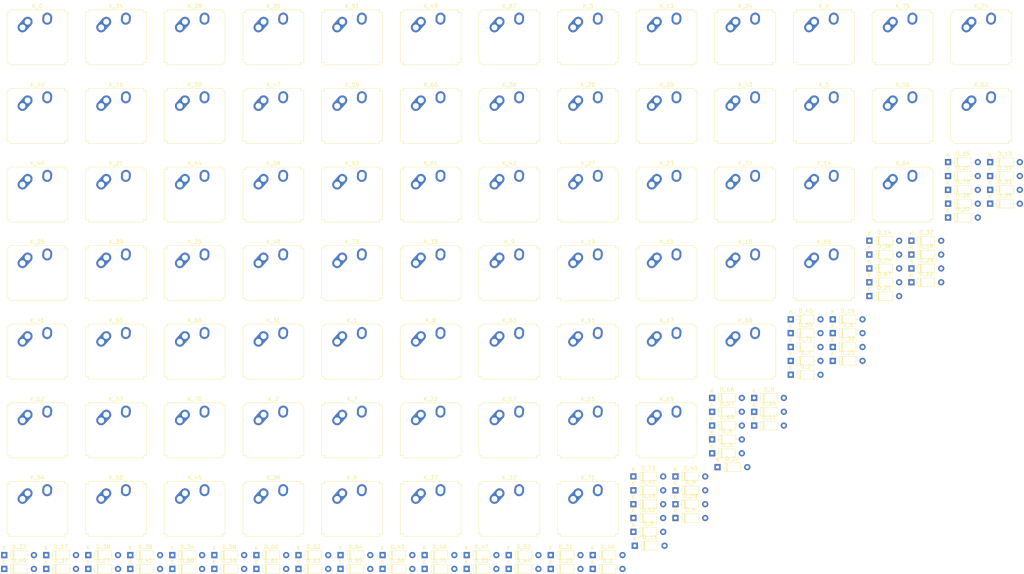
<source format=kicad_pcb>
(kicad_pcb (version 20171130) (host pcbnew 5.1.10-88a1d61d58~88~ubuntu20.04.1)
  (layers (0 F.Cu signal) (31 B.Cu signal) (34 B.Paste user) (35 F.Paste user) (36 B.SilkS user) (37 F.SilkS user) (38 B.Mask user) (39 F.Mask user) (44 Edge.Cuts user))
  (net 0 "")
  (module Diode_THT:D_DO-35_SOD27_P7.62mm_Horizontal (layer F.Cu) (at 286.540001 154.730001)
    (fp_text reference D_0 (at 3.81 -2.12) (layer F.SilkS))
    (fp_text value D)
    (fp_text user K (at 0 -1.8) (layer F.SilkS))
    (pad 2 thru_hole oval (at 7.62 0) (size 1.6 1.6) (drill 0.8) (layers *.Cu *.Mask))
    (pad 1 thru_hole rect (at 0 0) (size 1.6 1.6) (drill 0.8) (layers *.Cu *.Mask))
  )
  (module Diode_THT:D_DO-35_SOD27_P7.62mm_Horizontal (layer F.Cu) (at 245.200001 198.580001)
    (fp_text reference D_1 (at 3.81 -2.12) (layer F.SilkS))
    (fp_text value D)
    (fp_text user K (at 0 -1.8) (layer F.SilkS))
    (pad 1 thru_hole rect (at 0 0) (size 1.6 1.6) (drill 0.8) (layers *.Cu *.Mask))
    (pad 2 thru_hole oval (at 7.62 0) (size 1.6 1.6) (drill 0.8) (layers *.Cu *.Mask))
  )
  (module Diode_THT:D_DO-35_SOD27_P7.62mm_Horizontal (layer F.Cu) (at 295.920001 148.780001)
    (fp_text reference D_2 (at 3.81 -2.12) (layer F.SilkS))
    (fp_text value D)
    (fp_text user K (at 0 -1.8) (layer F.SilkS))
    (pad 2 thru_hole oval (at 7.62 0) (size 1.6 1.6) (drill 0.8) (layers *.Cu *.Mask))
    (pad 1 thru_hole rect (at 0 0) (size 1.6 1.6) (drill 0.8) (layers *.Cu *.Mask))
  )
  (module Diode_THT:D_DO-35_SOD27_P7.62mm_Horizontal (layer F.Cu) (at 275.770001 168.930001)
    (fp_text reference D_3 (at 3.81 -2.12) (layer F.SilkS))
    (fp_text value D)
    (fp_text user K (at 0 -1.8) (layer F.SilkS))
    (pad 1 thru_hole rect (at 0 0) (size 1.6 1.6) (drill 0.8) (layers *.Cu *.Mask))
    (pad 2 thru_hole oval (at 7.62 0) (size 1.6 1.6) (drill 0.8) (layers *.Cu *.Mask))
  )
  (module Diode_THT:D_DO-35_SOD27_P7.62mm_Horizontal (layer F.Cu) (at 266.390001 185.530001)
    (fp_text reference D_4 (at 3.81 -2.12) (layer F.SilkS))
    (fp_text value D)
    (fp_text user K (at 0 -1.8) (layer F.SilkS))
    (pad 2 thru_hole oval (at 7.62 0) (size 1.6 1.6) (drill 0.8) (layers *.Cu *.Mask))
    (pad 1 thru_hole rect (at 0 0) (size 1.6 1.6) (drill 0.8) (layers *.Cu *.Mask))
  )
  (module Diode_THT:D_DO-35_SOD27_P7.62mm_Horizontal (layer F.Cu) (at 306.690001 138.130001)
    (fp_text reference D_5 (at 3.81 -2.12) (layer F.SilkS))
    (fp_text value D)
    (fp_text user K (at 0 -1.8) (layer F.SilkS))
    (pad 1 thru_hole rect (at 0 0) (size 1.6 1.6) (drill 0.8) (layers *.Cu *.Mask))
    (pad 2 thru_hole oval (at 7.62 0) (size 1.6 1.6) (drill 0.8) (layers *.Cu *.Mask))
  )
  (module Diode_THT:D_DO-35_SOD27_P7.62mm_Horizontal (layer F.Cu) (at 275.770001 165.380001)
    (fp_text reference D_6 (at 3.81 -2.12) (layer F.SilkS))
    (fp_text value D)
    (fp_text user K (at 0 -1.8) (layer F.SilkS))
    (pad 2 thru_hole oval (at 7.62 0) (size 1.6 1.6) (drill 0.8) (layers *.Cu *.Mask))
    (pad 1 thru_hole rect (at 0 0) (size 1.6 1.6) (drill 0.8) (layers *.Cu *.Mask))
  )
  (module Diode_THT:D_DO-35_SOD27_P7.62mm_Horizontal (layer F.Cu) (at 295.920001 145.230001)
    (fp_text reference D_7 (at 3.81 -2.12) (layer F.SilkS))
    (fp_text value D)
    (fp_text user K (at 0 -1.8) (layer F.SilkS))
    (pad 1 thru_hole rect (at 0 0) (size 1.6 1.6) (drill 0.8) (layers *.Cu *.Mask))
    (pad 2 thru_hole oval (at 7.62 0) (size 1.6 1.6) (drill 0.8) (layers *.Cu *.Mask))
  )
  (module Diode_THT:D_DO-35_SOD27_P7.62mm_Horizontal (layer F.Cu) (at 255.620001 189.080001)
    (fp_text reference D_8 (at 3.81 -2.12) (layer F.SilkS))
    (fp_text value D)
    (fp_text user K (at 0 -1.8) (layer F.SilkS))
    (pad 2 thru_hole oval (at 7.62 0) (size 1.6 1.6) (drill 0.8) (layers *.Cu *.Mask))
    (pad 1 thru_hole rect (at 0 0) (size 1.6 1.6) (drill 0.8) (layers *.Cu *.Mask))
  )
  (module Diode_THT:D_DO-35_SOD27_P7.62mm_Horizontal (layer F.Cu) (at 266.390001 178.430001)
    (fp_text reference D_9 (at 3.81 -2.12) (layer F.SilkS))
    (fp_text value D)
    (fp_text user K (at 0 -1.8) (layer F.SilkS))
    (pad 1 thru_hole rect (at 0 0) (size 1.6 1.6) (drill 0.8) (layers *.Cu *.Mask))
    (pad 2 thru_hole oval (at 7.62 0) (size 1.6 1.6) (drill 0.8) (layers *.Cu *.Mask))
  )
  (module Diode_THT:D_DO-35_SOD27_P7.62mm_Horizontal (layer F.Cu) (at 346.990001 94.280001)
    (fp_text reference D_10 (at 3.81 -2.12) (layer F.SilkS))
    (fp_text value D)
    (fp_text user K (at 0 -1.8) (layer F.SilkS))
    (pad 2 thru_hole oval (at 7.62 0) (size 1.6 1.6) (drill 0.8) (layers *.Cu *.Mask))
    (pad 1 thru_hole rect (at 0 0) (size 1.6 1.6) (drill 0.8) (layers *.Cu *.Mask))
  )
  (module Diode_THT:D_DO-35_SOD27_P7.62mm_Horizontal (layer F.Cu) (at 286.540001 161.830001)
    (fp_text reference D_11 (at 3.81 -2.12) (layer F.SilkS))
    (fp_text value D)
    (fp_text user K (at 0 -1.8) (layer F.SilkS))
    (pad 1 thru_hole rect (at 0 0) (size 1.6 1.6) (drill 0.8) (layers *.Cu *.Mask))
    (pad 2 thru_hole oval (at 7.62 0) (size 1.6 1.6) (drill 0.8) (layers *.Cu *.Mask))
  )
  (module Diode_THT:D_DO-35_SOD27_P7.62mm_Horizontal (layer F.Cu) (at 326.840001 125.080001)
    (fp_text reference D_12 (at 3.81 -2.12) (layer F.SilkS))
    (fp_text value D)
    (fp_text user K (at 0 -1.8) (layer F.SilkS))
    (pad 2 thru_hole oval (at 7.62 0) (size 1.6 1.6) (drill 0.8) (layers *.Cu *.Mask))
    (pad 1 thru_hole rect (at 0 0) (size 1.6 1.6) (drill 0.8) (layers *.Cu *.Mask))
  )
  (module Diode_THT:D_DO-35_SOD27_P7.62mm_Horizontal (layer F.Cu) (at 255.970001 192.630001)
    (fp_text reference D_13 (at 3.81 -2.12) (layer F.SilkS))
    (fp_text value D)
    (fp_text user K (at 0 -1.8) (layer F.SilkS))
    (pad 1 thru_hole rect (at 0 0) (size 1.6 1.6) (drill 0.8) (layers *.Cu *.Mask))
    (pad 2 thru_hole oval (at 7.62 0) (size 1.6 1.6) (drill 0.8) (layers *.Cu *.Mask))
  )
  (module Diode_THT:D_DO-35_SOD27_P7.62mm_Horizontal (layer F.Cu) (at 316.070001 114.430001)
    (fp_text reference D_14 (at 3.81 -2.12) (layer F.SilkS))
    (fp_text value D)
    (fp_text user K (at 0 -1.8) (layer F.SilkS))
    (pad 2 thru_hole oval (at 7.62 0) (size 1.6 1.6) (drill 0.8) (layers *.Cu *.Mask))
    (pad 1 thru_hole rect (at 0 0) (size 1.6 1.6) (drill 0.8) (layers *.Cu *.Mask))
  )
  (module Diode_THT:D_DO-35_SOD27_P7.62mm_Horizontal (layer F.Cu) (at 336.220001 94.280001)
    (fp_text reference D_15 (at 3.81 -2.12) (layer F.SilkS))
    (fp_text value D)
    (fp_text user K (at 0 -1.8) (layer F.SilkS))
    (pad 1 thru_hole rect (at 0 0) (size 1.6 1.6) (drill 0.8) (layers *.Cu *.Mask))
    (pad 2 thru_hole oval (at 7.62 0) (size 1.6 1.6) (drill 0.8) (layers *.Cu *.Mask))
  )
  (module Diode_THT:D_DO-35_SOD27_P7.62mm_Horizontal (layer F.Cu) (at 326.840001 117.980001)
    (fp_text reference D_16 (at 3.81 -2.12) (layer F.SilkS))
    (fp_text value D)
    (fp_text user K (at 0 -1.8) (layer F.SilkS))
    (pad 2 thru_hole oval (at 7.62 0) (size 1.6 1.6) (drill 0.8) (layers *.Cu *.Mask))
    (pad 1 thru_hole rect (at 0 0) (size 1.6 1.6) (drill 0.8) (layers *.Cu *.Mask))
  )
  (module Diode_THT:D_DO-35_SOD27_P7.62mm_Horizontal (layer F.Cu) (at 105.190001 195.030001)
    (fp_text reference D_17 (at 3.81 -2.12) (layer F.SilkS))
    (fp_text value D)
    (fp_text user K (at 0 -1.8) (layer F.SilkS))
    (pad 1 thru_hole rect (at 0 0) (size 1.6 1.6) (drill 0.8) (layers *.Cu *.Mask))
    (pad 2 thru_hole oval (at 7.62 0) (size 1.6 1.6) (drill 0.8) (layers *.Cu *.Mask))
  )
  (module Diode_THT:D_DO-35_SOD27_P7.62mm_Horizontal (layer F.Cu) (at 255.620001 181.980001)
    (fp_text reference D_18 (at 3.81 -2.12) (layer F.SilkS))
    (fp_text value D)
    (fp_text user K (at 0 -1.8) (layer F.SilkS))
    (pad 2 thru_hole oval (at 7.62 0) (size 1.6 1.6) (drill 0.8) (layers *.Cu *.Mask))
    (pad 1 thru_hole rect (at 0 0) (size 1.6 1.6) (drill 0.8) (layers *.Cu *.Mask))
  )
  (module Diode_THT:D_DO-35_SOD27_P7.62mm_Horizontal (layer F.Cu) (at 306.690001 134.580001)
    (fp_text reference D_19 (at 3.81 -2.12) (layer F.SilkS))
    (fp_text value D)
    (fp_text user K (at 0 -1.8) (layer F.SilkS))
    (pad 1 thru_hole rect (at 0 0) (size 1.6 1.6) (drill 0.8) (layers *.Cu *.Mask))
    (pad 2 thru_hole oval (at 7.62 0) (size 1.6 1.6) (drill 0.8) (layers *.Cu *.Mask))
  )
  (module Diode_THT:D_DO-35_SOD27_P7.62mm_Horizontal (layer F.Cu) (at 336.220001 97.830001)
    (fp_text reference D_20 (at 3.81 -2.12) (layer F.SilkS))
    (fp_text value D)
    (fp_text user K (at 0 -1.8) (layer F.SilkS))
    (pad 1 thru_hole rect (at 0 0) (size 1.6 1.6) (drill 0.8) (layers *.Cu *.Mask))
    (pad 2 thru_hole oval (at 7.62 0) (size 1.6 1.6) (drill 0.8) (layers *.Cu *.Mask))
  )
  (module Diode_THT:D_DO-35_SOD27_P7.62mm_Horizontal (layer F.Cu) (at 316.070001 128.630001)
    (fp_text reference D_21 (at 3.81 -2.12) (layer F.SilkS))
    (fp_text value D)
    (fp_text user K (at 0 -1.8) (layer F.SilkS))
    (pad 2 thru_hole oval (at 7.62 0) (size 1.6 1.6) (drill 0.8) (layers *.Cu *.Mask))
    (pad 1 thru_hole rect (at 0 0) (size 1.6 1.6) (drill 0.8) (layers *.Cu *.Mask))
  )
  (module Diode_THT:D_DO-35_SOD27_P7.62mm_Horizontal (layer F.Cu) (at 336.220001 108.480001)
    (fp_text reference D_22 (at 3.81 -2.12) (layer F.SilkS))
    (fp_text value D)
    (fp_text user K (at 0 -1.8) (layer F.SilkS))
    (pad 1 thru_hole rect (at 0 0) (size 1.6 1.6) (drill 0.8) (layers *.Cu *.Mask))
    (pad 2 thru_hole oval (at 7.62 0) (size 1.6 1.6) (drill 0.8) (layers *.Cu *.Mask))
  )
  (module Diode_THT:D_DO-35_SOD27_P7.62mm_Horizontal (layer F.Cu) (at 234.430001 198.580001)
    (fp_text reference D_23 (at 3.81 -2.12) (layer F.SilkS))
    (fp_text value D)
    (fp_text user K (at 0 -1.8) (layer F.SilkS))
    (pad 2 thru_hole oval (at 7.62 0) (size 1.6 1.6) (drill 0.8) (layers *.Cu *.Mask))
    (pad 1 thru_hole rect (at 0 0) (size 1.6 1.6) (drill 0.8) (layers *.Cu *.Mask))
  )
  (module Diode_THT:D_DO-35_SOD27_P7.62mm_Horizontal (layer F.Cu) (at 277.160001 172.480001)
    (fp_text reference D_24 (at 3.81 -2.12) (layer F.SilkS))
    (fp_text value D)
    (fp_text user K (at 0 -1.8) (layer F.SilkS))
    (pad 1 thru_hole rect (at 0 0) (size 1.6 1.6) (drill 0.8) (layers *.Cu *.Mask))
    (pad 2 thru_hole oval (at 7.62 0) (size 1.6 1.6) (drill 0.8) (layers *.Cu *.Mask))
  )
  (module Diode_THT:D_DO-35_SOD27_P7.62mm_Horizontal (layer F.Cu) (at 306.690001 145.230001)
    (fp_text reference D_25 (at 3.81 -2.12) (layer F.SilkS))
    (fp_text value D)
    (fp_text user K (at 0 -1.8) (layer F.SilkS))
    (pad 2 thru_hole oval (at 7.62 0) (size 1.6 1.6) (drill 0.8) (layers *.Cu *.Mask))
    (pad 1 thru_hole rect (at 0 0) (size 1.6 1.6) (drill 0.8) (layers *.Cu *.Mask))
  )
  (module Diode_THT:D_DO-35_SOD27_P7.62mm_Horizontal (layer F.Cu) (at 336.220001 104.930001)
    (fp_text reference D_26 (at 3.81 -2.12) (layer F.SilkS))
    (fp_text value D)
    (fp_text user K (at 0 -1.8) (layer F.SilkS))
    (pad 1 thru_hole rect (at 0 0) (size 1.6 1.6) (drill 0.8) (layers *.Cu *.Mask))
    (pad 2 thru_hole oval (at 7.62 0) (size 1.6 1.6) (drill 0.8) (layers *.Cu *.Mask))
  )
  (module Diode_THT:D_DO-35_SOD27_P7.62mm_Horizontal (layer F.Cu) (at 115.960001 198.580001)
    (fp_text reference D_27 (at 3.81 -2.12) (layer F.SilkS))
    (fp_text value D)
    (fp_text user K (at 0 -1.8) (layer F.SilkS))
    (pad 2 thru_hole oval (at 7.62 0) (size 1.6 1.6) (drill 0.8) (layers *.Cu *.Mask))
    (pad 1 thru_hole rect (at 0 0) (size 1.6 1.6) (drill 0.8) (layers *.Cu *.Mask))
  )
  (module Diode_THT:D_DO-35_SOD27_P7.62mm_Horizontal (layer F.Cu) (at 266.390001 181.980001)
    (fp_text reference D_28 (at 3.81 -2.12) (layer F.SilkS))
    (fp_text value D)
    (fp_text user K (at 0 -1.8) (layer F.SilkS))
    (pad 1 thru_hole rect (at 0 0) (size 1.6 1.6) (drill 0.8) (layers *.Cu *.Mask))
    (pad 2 thru_hole oval (at 7.62 0) (size 1.6 1.6) (drill 0.8) (layers *.Cu *.Mask))
  )
  (module Diode_THT:D_DO-35_SOD27_P7.62mm_Horizontal (layer F.Cu) (at 326.840001 121.530001)
    (fp_text reference D_29 (at 3.81 -2.12) (layer F.SilkS))
    (fp_text value D)
    (fp_text user K (at 0 -1.8) (layer F.SilkS))
    (pad 2 thru_hole oval (at 7.62 0) (size 1.6 1.6) (drill 0.8) (layers *.Cu *.Mask))
    (pad 1 thru_hole rect (at 0 0) (size 1.6 1.6) (drill 0.8) (layers *.Cu *.Mask))
  )
  (module Diode_THT:D_DO-35_SOD27_P7.62mm_Horizontal (layer F.Cu) (at 306.690001 141.680001)
    (fp_text reference D_30 (at 3.81 -2.12) (layer F.SilkS))
    (fp_text value D)
    (fp_text user K (at 0 -1.8) (layer F.SilkS))
    (pad 2 thru_hole oval (at 7.62 0) (size 1.6 1.6) (drill 0.8) (layers *.Cu *.Mask))
    (pad 1 thru_hole rect (at 0 0) (size 1.6 1.6) (drill 0.8) (layers *.Cu *.Mask))
  )
  (module Diode_THT:D_DO-35_SOD27_P7.62mm_Horizontal (layer F.Cu) (at 234.430001 195.030001)
    (fp_text reference D_31 (at 3.81 -2.12) (layer F.SilkS))
    (fp_text value D)
    (fp_text user K (at 0 -1.8) (layer F.SilkS))
    (pad 1 thru_hole rect (at 0 0) (size 1.6 1.6) (drill 0.8) (layers *.Cu *.Mask))
    (pad 2 thru_hole oval (at 7.62 0) (size 1.6 1.6) (drill 0.8) (layers *.Cu *.Mask))
  )
  (module Diode_THT:D_DO-35_SOD27_P7.62mm_Horizontal (layer F.Cu) (at 326.840001 114.430001)
    (fp_text reference D_32 (at 3.81 -2.12) (layer F.SilkS))
    (fp_text value D)
    (fp_text user K (at 0 -1.8) (layer F.SilkS))
    (pad 2 thru_hole oval (at 7.62 0) (size 1.6 1.6) (drill 0.8) (layers *.Cu *.Mask))
    (pad 1 thru_hole rect (at 0 0) (size 1.6 1.6) (drill 0.8) (layers *.Cu *.Mask))
  )
  (module Diode_THT:D_DO-35_SOD27_P7.62mm_Horizontal (layer F.Cu) (at 94.420001 195.030001)
    (fp_text reference D_33 (at 3.81 -2.12) (layer F.SilkS))
    (fp_text value D)
    (fp_text user K (at 0 -1.8) (layer F.SilkS))
    (pad 1 thru_hole rect (at 0 0) (size 1.6 1.6) (drill 0.8) (layers *.Cu *.Mask))
    (pad 2 thru_hole oval (at 7.62 0) (size 1.6 1.6) (drill 0.8) (layers *.Cu *.Mask))
  )
  (module Diode_THT:D_DO-35_SOD27_P7.62mm_Horizontal (layer F.Cu) (at 137.500001 195.030001)
    (fp_text reference D_34 (at 3.81 -2.12) (layer F.SilkS))
    (fp_text value D)
    (fp_text user K (at 0 -1.8) (layer F.SilkS))
    (pad 2 thru_hole oval (at 7.62 0) (size 1.6 1.6) (drill 0.8) (layers *.Cu *.Mask))
    (pad 1 thru_hole rect (at 0 0) (size 1.6 1.6) (drill 0.8) (layers *.Cu *.Mask))
  )
  (module Diode_THT:D_DO-35_SOD27_P7.62mm_Horizontal (layer F.Cu) (at 346.990001 104.930001)
    (fp_text reference D_35 (at 3.81 -2.12) (layer F.SilkS))
    (fp_text value D)
    (fp_text user K (at 0 -1.8) (layer F.SilkS))
    (pad 1 thru_hole rect (at 0 0) (size 1.6 1.6) (drill 0.8) (layers *.Cu *.Mask))
    (pad 2 thru_hole oval (at 7.62 0) (size 1.6 1.6) (drill 0.8) (layers *.Cu *.Mask))
  )
  (module Diode_THT:D_DO-35_SOD27_P7.62mm_Horizontal (layer F.Cu) (at 316.070001 117.980001)
    (fp_text reference D_36 (at 3.81 -2.12) (layer F.SilkS))
    (fp_text value D)
    (fp_text user K (at 0 -1.8) (layer F.SilkS))
    (pad 2 thru_hole oval (at 7.62 0) (size 1.6 1.6) (drill 0.8) (layers *.Cu *.Mask))
    (pad 1 thru_hole rect (at 0 0) (size 1.6 1.6) (drill 0.8) (layers *.Cu *.Mask))
  )
  (module Diode_THT:D_DO-35_SOD27_P7.62mm_Horizontal (layer F.Cu) (at 105.190001 198.580001)
    (fp_text reference D_37 (at 3.81 -2.12) (layer F.SilkS))
    (fp_text value D)
    (fp_text user K (at 0 -1.8) (layer F.SilkS))
    (pad 1 thru_hole rect (at 0 0) (size 1.6 1.6) (drill 0.8) (layers *.Cu *.Mask))
    (pad 2 thru_hole oval (at 7.62 0) (size 1.6 1.6) (drill 0.8) (layers *.Cu *.Mask))
  )
  (module Diode_THT:D_DO-35_SOD27_P7.62mm_Horizontal (layer F.Cu) (at 115.960001 195.030001)
    (fp_text reference D_38 (at 3.81 -2.12) (layer F.SilkS))
    (fp_text value D)
    (fp_text user K (at 0 -1.8) (layer F.SilkS))
    (pad 2 thru_hole oval (at 7.62 0) (size 1.6 1.6) (drill 0.8) (layers *.Cu *.Mask))
    (pad 1 thru_hole rect (at 0 0) (size 1.6 1.6) (drill 0.8) (layers *.Cu *.Mask))
  )
  (module Diode_THT:D_DO-35_SOD27_P7.62mm_Horizontal (layer F.Cu) (at 126.730001 195.030001)
    (fp_text reference D_39 (at 3.81 -2.12) (layer F.SilkS))
    (fp_text value D)
    (fp_text user K (at 0 -1.8) (layer F.SilkS))
    (pad 1 thru_hole rect (at 0 0) (size 1.6 1.6) (drill 0.8) (layers *.Cu *.Mask))
    (pad 2 thru_hole oval (at 7.62 0) (size 1.6 1.6) (drill 0.8) (layers *.Cu *.Mask))
  )
  (module Diode_THT:D_DO-35_SOD27_P7.62mm_Horizontal (layer F.Cu) (at 266.390001 174.880001)
    (fp_text reference D_40 (at 3.81 -2.12) (layer F.SilkS))
    (fp_text value D)
    (fp_text user K (at 0 -1.8) (layer F.SilkS))
    (pad 1 thru_hole rect (at 0 0) (size 1.6 1.6) (drill 0.8) (layers *.Cu *.Mask))
    (pad 2 thru_hole oval (at 7.62 0) (size 1.6 1.6) (drill 0.8) (layers *.Cu *.Mask))
  )
  (module Diode_THT:D_DO-35_SOD27_P7.62mm_Horizontal (layer F.Cu) (at 126.730001 198.580001)
    (fp_text reference D_41 (at 3.81 -2.12) (layer F.SilkS))
    (fp_text value D)
    (fp_text user K (at 0 -1.8) (layer F.SilkS))
    (pad 2 thru_hole oval (at 7.62 0) (size 1.6 1.6) (drill 0.8) (layers *.Cu *.Mask))
    (pad 1 thru_hole rect (at 0 0) (size 1.6 1.6) (drill 0.8) (layers *.Cu *.Mask))
  )
  (module Diode_THT:D_DO-35_SOD27_P7.62mm_Horizontal (layer F.Cu) (at 255.620001 178.430001)
    (fp_text reference D_42 (at 3.81 -2.12) (layer F.SilkS))
    (fp_text value D)
    (fp_text user K (at 0 -1.8) (layer F.SilkS))
    (pad 1 thru_hole rect (at 0 0) (size 1.6 1.6) (drill 0.8) (layers *.Cu *.Mask))
    (pad 2 thru_hole oval (at 7.62 0) (size 1.6 1.6) (drill 0.8) (layers *.Cu *.Mask))
  )
  (module Diode_THT:D_DO-35_SOD27_P7.62mm_Horizontal (layer F.Cu) (at 191.350001 195.030001)
    (fp_text reference D_43 (at 3.81 -2.12) (layer F.SilkS))
    (fp_text value D)
    (fp_text user K (at 0 -1.8) (layer F.SilkS))
    (pad 2 thru_hole oval (at 7.62 0) (size 1.6 1.6) (drill 0.8) (layers *.Cu *.Mask))
    (pad 1 thru_hole rect (at 0 0) (size 1.6 1.6) (drill 0.8) (layers *.Cu *.Mask))
  )
  (module Diode_THT:D_DO-35_SOD27_P7.62mm_Horizontal (layer F.Cu) (at 223.660001 198.580001)
    (fp_text reference D_44 (at 3.81 -2.12) (layer F.SilkS))
    (fp_text value D)
    (fp_text user K (at 0 -1.8) (layer F.SilkS))
    (pad 1 thru_hole rect (at 0 0) (size 1.6 1.6) (drill 0.8) (layers *.Cu *.Mask))
    (pad 2 thru_hole oval (at 7.62 0) (size 1.6 1.6) (drill 0.8) (layers *.Cu *.Mask))
  )
  (module Diode_THT:D_DO-35_SOD27_P7.62mm_Horizontal (layer F.Cu) (at 295.920001 134.580001)
    (fp_text reference D_45 (at 3.81 -2.12) (layer F.SilkS))
    (fp_text value D)
    (fp_text user K (at 0 -1.8) (layer F.SilkS))
    (pad 2 thru_hole oval (at 7.62 0) (size 1.6 1.6) (drill 0.8) (layers *.Cu *.Mask))
    (pad 1 thru_hole rect (at 0 0) (size 1.6 1.6) (drill 0.8) (layers *.Cu *.Mask))
  )
  (module Diode_THT:D_DO-35_SOD27_P7.62mm_Horizontal (layer F.Cu) (at 245.200001 195.030001)
    (fp_text reference D_46 (at 3.81 -2.12) (layer F.SilkS))
    (fp_text value D)
    (fp_text user K (at 0 -1.8) (layer F.SilkS))
    (pad 1 thru_hole rect (at 0 0) (size 1.6 1.6) (drill 0.8) (layers *.Cu *.Mask))
    (pad 2 thru_hole oval (at 7.62 0) (size 1.6 1.6) (drill 0.8) (layers *.Cu *.Mask))
  )
  (module Diode_THT:D_DO-35_SOD27_P7.62mm_Horizontal (layer F.Cu) (at 212.890001 195.030001)
    (fp_text reference D_47 (at 3.81 -2.12) (layer F.SilkS))
    (fp_text value D)
    (fp_text user K (at 0 -1.8) (layer F.SilkS))
    (pad 2 thru_hole oval (at 7.62 0) (size 1.6 1.6) (drill 0.8) (layers *.Cu *.Mask))
    (pad 1 thru_hole rect (at 0 0) (size 1.6 1.6) (drill 0.8) (layers *.Cu *.Mask))
  )
  (module Diode_THT:D_DO-35_SOD27_P7.62mm_Horizontal (layer F.Cu) (at 202.120001 195.030001)
    (fp_text reference D_48 (at 3.81 -2.12) (layer F.SilkS))
    (fp_text value D)
    (fp_text user K (at 0 -1.8) (layer F.SilkS))
    (pad 1 thru_hole rect (at 0 0) (size 1.6 1.6) (drill 0.8) (layers *.Cu *.Mask))
    (pad 2 thru_hole oval (at 7.62 0) (size 1.6 1.6) (drill 0.8) (layers *.Cu *.Mask))
  )
  (module Diode_THT:D_DO-35_SOD27_P7.62mm_Horizontal (layer F.Cu) (at 94.420001 198.580001)
    (fp_text reference D_49 (at 3.81 -2.12) (layer F.SilkS))
    (fp_text value D)
    (fp_text user K (at 0 -1.8) (layer F.SilkS))
    (pad 2 thru_hole oval (at 7.62 0) (size 1.6 1.6) (drill 0.8) (layers *.Cu *.Mask))
    (pad 1 thru_hole rect (at 0 0) (size 1.6 1.6) (drill 0.8) (layers *.Cu *.Mask))
  )
  (module Diode_THT:D_DO-35_SOD27_P7.62mm_Horizontal (layer F.Cu) (at 346.990001 97.830001)
    (fp_text reference D_50 (at 3.81 -2.12) (layer F.SilkS))
    (fp_text value D)
    (fp_text user K (at 0 -1.8) (layer F.SilkS))
    (pad 2 thru_hole oval (at 7.62 0) (size 1.6 1.6) (drill 0.8) (layers *.Cu *.Mask))
    (pad 1 thru_hole rect (at 0 0) (size 1.6 1.6) (drill 0.8) (layers *.Cu *.Mask))
  )
  (module Diode_THT:D_DO-35_SOD27_P7.62mm_Horizontal (layer F.Cu) (at 346.990001 101.380001)
    (fp_text reference D_51 (at 3.81 -2.12) (layer F.SilkS))
    (fp_text value D)
    (fp_text user K (at 0 -1.8) (layer F.SilkS))
    (pad 1 thru_hole rect (at 0 0) (size 1.6 1.6) (drill 0.8) (layers *.Cu *.Mask))
    (pad 2 thru_hole oval (at 7.62 0) (size 1.6 1.6) (drill 0.8) (layers *.Cu *.Mask))
  )
  (module Diode_THT:D_DO-35_SOD27_P7.62mm_Horizontal (layer F.Cu) (at 255.620001 185.530001)
    (fp_text reference D_52 (at 3.81 -2.12) (layer F.SilkS))
    (fp_text value D)
    (fp_text user K (at 0 -1.8) (layer F.SilkS))
    (pad 2 thru_hole oval (at 7.62 0) (size 1.6 1.6) (drill 0.8) (layers *.Cu *.Mask))
    (pad 1 thru_hole rect (at 0 0) (size 1.6 1.6) (drill 0.8) (layers *.Cu *.Mask))
  )
  (module Diode_THT:D_DO-35_SOD27_P7.62mm_Horizontal (layer F.Cu) (at 223.660001 195.030001)
    (fp_text reference D_53 (at 3.81 -2.12) (layer F.SilkS))
    (fp_text value D)
    (fp_text user K (at 0 -1.8) (layer F.SilkS))
    (pad 1 thru_hole rect (at 0 0) (size 1.6 1.6) (drill 0.8) (layers *.Cu *.Mask))
    (pad 2 thru_hole oval (at 7.62 0) (size 1.6 1.6) (drill 0.8) (layers *.Cu *.Mask))
  )
  (module Diode_THT:D_DO-35_SOD27_P7.62mm_Horizontal (layer F.Cu) (at 286.540001 158.280001)
    (fp_text reference D_54 (at 3.81 -2.12) (layer F.SilkS))
    (fp_text value D)
    (fp_text user K (at 0 -1.8) (layer F.SilkS))
    (pad 2 thru_hole oval (at 7.62 0) (size 1.6 1.6) (drill 0.8) (layers *.Cu *.Mask))
    (pad 1 thru_hole rect (at 0 0) (size 1.6 1.6) (drill 0.8) (layers *.Cu *.Mask))
  )
  (module Diode_THT:D_DO-35_SOD27_P7.62mm_Horizontal (layer F.Cu) (at 295.920001 138.130001)
    (fp_text reference D_55 (at 3.81 -2.12) (layer F.SilkS))
    (fp_text value D)
    (fp_text user K (at 0 -1.8) (layer F.SilkS))
    (pad 1 thru_hole rect (at 0 0) (size 1.6 1.6) (drill 0.8) (layers *.Cu *.Mask))
    (pad 2 thru_hole oval (at 7.62 0) (size 1.6 1.6) (drill 0.8) (layers *.Cu *.Mask))
  )
  (module Diode_THT:D_DO-35_SOD27_P7.62mm_Horizontal (layer F.Cu) (at 191.350001 198.580001)
    (fp_text reference D_56 (at 3.81 -2.12) (layer F.SilkS))
    (fp_text value D)
    (fp_text user K (at 0 -1.8) (layer F.SilkS))
    (pad 2 thru_hole oval (at 7.62 0) (size 1.6 1.6) (drill 0.8) (layers *.Cu *.Mask))
    (pad 1 thru_hole rect (at 0 0) (size 1.6 1.6) (drill 0.8) (layers *.Cu *.Mask))
  )
  (module Diode_THT:D_DO-35_SOD27_P7.62mm_Horizontal (layer F.Cu) (at 275.770001 158.280001)
    (fp_text reference D_57 (at 3.81 -2.12) (layer F.SilkS))
    (fp_text value D)
    (fp_text user K (at 0 -1.8) (layer F.SilkS))
    (pad 1 thru_hole rect (at 0 0) (size 1.6 1.6) (drill 0.8) (layers *.Cu *.Mask))
    (pad 2 thru_hole oval (at 7.62 0) (size 1.6 1.6) (drill 0.8) (layers *.Cu *.Mask))
  )
  (module Diode_THT:D_DO-35_SOD27_P7.62mm_Horizontal (layer F.Cu) (at 148.270001 195.030001)
    (fp_text reference D_58 (at 3.81 -2.12) (layer F.SilkS))
    (fp_text value D)
    (fp_text user K (at 0 -1.8) (layer F.SilkS))
    (pad 2 thru_hole oval (at 7.62 0) (size 1.6 1.6) (drill 0.8) (layers *.Cu *.Mask))
    (pad 1 thru_hole rect (at 0 0) (size 1.6 1.6) (drill 0.8) (layers *.Cu *.Mask))
  )
  (module Diode_THT:D_DO-35_SOD27_P7.62mm_Horizontal (layer F.Cu) (at 148.270001 198.580001)
    (fp_text reference D_59 (at 3.81 -2.12) (layer F.SilkS))
    (fp_text value D)
    (fp_text user K (at 0 -1.8) (layer F.SilkS))
    (pad 1 thru_hole rect (at 0 0) (size 1.6 1.6) (drill 0.8) (layers *.Cu *.Mask))
    (pad 2 thru_hole oval (at 7.62 0) (size 1.6 1.6) (drill 0.8) (layers *.Cu *.Mask))
  )
  (module Diode_THT:D_DO-35_SOD27_P7.62mm_Horizontal (layer F.Cu) (at 159.040001 195.030001)
    (fp_text reference D_60 (at 3.81 -2.12) (layer F.SilkS))
    (fp_text value D)
    (fp_text user K (at 0 -1.8) (layer F.SilkS))
    (pad 1 thru_hole rect (at 0 0) (size 1.6 1.6) (drill 0.8) (layers *.Cu *.Mask))
    (pad 2 thru_hole oval (at 7.62 0) (size 1.6 1.6) (drill 0.8) (layers *.Cu *.Mask))
  )
  (module Diode_THT:D_DO-35_SOD27_P7.62mm_Horizontal (layer F.Cu) (at 159.040001 198.580001)
    (fp_text reference D_61 (at 3.81 -2.12) (layer F.SilkS))
    (fp_text value D)
    (fp_text user K (at 0 -1.8) (layer F.SilkS))
    (pad 2 thru_hole oval (at 7.62 0) (size 1.6 1.6) (drill 0.8) (layers *.Cu *.Mask))
    (pad 1 thru_hole rect (at 0 0) (size 1.6 1.6) (drill 0.8) (layers *.Cu *.Mask))
  )
  (module Diode_THT:D_DO-35_SOD27_P7.62mm_Horizontal (layer F.Cu) (at 169.810001 195.030001)
    (fp_text reference D_62 (at 3.81 -2.12) (layer F.SilkS))
    (fp_text value D)
    (fp_text user K (at 0 -1.8) (layer F.SilkS))
    (pad 1 thru_hole rect (at 0 0) (size 1.6 1.6) (drill 0.8) (layers *.Cu *.Mask))
    (pad 2 thru_hole oval (at 7.62 0) (size 1.6 1.6) (drill 0.8) (layers *.Cu *.Mask))
  )
  (module Diode_THT:D_DO-35_SOD27_P7.62mm_Horizontal (layer F.Cu) (at 169.810001 198.580001)
    (fp_text reference D_63 (at 3.81 -2.12) (layer F.SilkS))
    (fp_text value D)
    (fp_text user K (at 0 -1.8) (layer F.SilkS))
    (pad 2 thru_hole oval (at 7.62 0) (size 1.6 1.6) (drill 0.8) (layers *.Cu *.Mask))
    (pad 1 thru_hole rect (at 0 0) (size 1.6 1.6) (drill 0.8) (layers *.Cu *.Mask))
  )
  (module Diode_THT:D_DO-35_SOD27_P7.62mm_Horizontal (layer F.Cu) (at 180.580001 195.030001)
    (fp_text reference D_64 (at 3.81 -2.12) (layer F.SilkS))
    (fp_text value D)
    (fp_text user K (at 0 -1.8) (layer F.SilkS))
    (pad 1 thru_hole rect (at 0 0) (size 1.6 1.6) (drill 0.8) (layers *.Cu *.Mask))
    (pad 2 thru_hole oval (at 7.62 0) (size 1.6 1.6) (drill 0.8) (layers *.Cu *.Mask))
  )
  (module Diode_THT:D_DO-35_SOD27_P7.62mm_Horizontal (layer F.Cu) (at 180.580001 198.580001)
    (fp_text reference D_65 (at 3.81 -2.12) (layer F.SilkS))
    (fp_text value D)
    (fp_text user K (at 0 -1.8) (layer F.SilkS))
    (pad 2 thru_hole oval (at 7.62 0) (size 1.6 1.6) (drill 0.8) (layers *.Cu *.Mask))
    (pad 1 thru_hole rect (at 0 0) (size 1.6 1.6) (drill 0.8) (layers *.Cu *.Mask))
  )
  (module Diode_THT:D_DO-35_SOD27_P7.62mm_Horizontal (layer F.Cu) (at 275.770001 154.730001)
    (fp_text reference D_66 (at 3.81 -2.12) (layer F.SilkS))
    (fp_text value D)
    (fp_text user K (at 0 -1.8) (layer F.SilkS))
    (pad 1 thru_hole rect (at 0 0) (size 1.6 1.6) (drill 0.8) (layers *.Cu *.Mask))
    (pad 2 thru_hole oval (at 7.62 0) (size 1.6 1.6) (drill 0.8) (layers *.Cu *.Mask))
  )
  (module Diode_THT:D_DO-35_SOD27_P7.62mm_Horizontal (layer F.Cu) (at 316.070001 125.080001)
    (fp_text reference D_67 (at 3.81 -2.12) (layer F.SilkS))
    (fp_text value D)
    (fp_text user K (at 0 -1.8) (layer F.SilkS))
    (pad 2 thru_hole oval (at 7.62 0) (size 1.6 1.6) (drill 0.8) (layers *.Cu *.Mask))
    (pad 1 thru_hole rect (at 0 0) (size 1.6 1.6) (drill 0.8) (layers *.Cu *.Mask))
  )
  (module Diode_THT:D_DO-35_SOD27_P7.62mm_Horizontal (layer F.Cu) (at 137.500001 198.580001)
    (fp_text reference D_68 (at 3.81 -2.12) (layer F.SilkS))
    (fp_text value D)
    (fp_text user K (at 0 -1.8) (layer F.SilkS))
    (pad 1 thru_hole rect (at 0 0) (size 1.6 1.6) (drill 0.8) (layers *.Cu *.Mask))
    (pad 2 thru_hole oval (at 7.62 0) (size 1.6 1.6) (drill 0.8) (layers *.Cu *.Mask))
  )
  (module Diode_THT:D_DO-35_SOD27_P7.62mm_Horizontal (layer F.Cu) (at 275.770001 161.830001)
    (fp_text reference D_69 (at 3.81 -2.12) (layer F.SilkS))
    (fp_text value D)
    (fp_text user K (at 0 -1.8) (layer F.SilkS))
    (pad 2 thru_hole oval (at 7.62 0) (size 1.6 1.6) (drill 0.8) (layers *.Cu *.Mask))
    (pad 1 thru_hole rect (at 0 0) (size 1.6 1.6) (drill 0.8) (layers *.Cu *.Mask))
  )
  (module Diode_THT:D_DO-35_SOD27_P7.62mm_Horizontal (layer F.Cu) (at 202.120001 198.580001)
    (fp_text reference D_70 (at 3.81 -2.12) (layer F.SilkS))
    (fp_text value D)
    (fp_text user K (at 0 -1.8) (layer F.SilkS))
    (pad 2 thru_hole oval (at 7.62 0) (size 1.6 1.6) (drill 0.8) (layers *.Cu *.Mask))
    (pad 1 thru_hole rect (at 0 0) (size 1.6 1.6) (drill 0.8) (layers *.Cu *.Mask))
  )
  (module Diode_THT:D_DO-35_SOD27_P7.62mm_Horizontal (layer F.Cu) (at 295.920001 141.680001)
    (fp_text reference D_71 (at 3.81 -2.12) (layer F.SilkS))
    (fp_text value D)
    (fp_text user K (at 0 -1.8) (layer F.SilkS))
    (pad 1 thru_hole rect (at 0 0) (size 1.6 1.6) (drill 0.8) (layers *.Cu *.Mask))
    (pad 2 thru_hole oval (at 7.62 0) (size 1.6 1.6) (drill 0.8) (layers *.Cu *.Mask))
  )
  (module Diode_THT:D_DO-35_SOD27_P7.62mm_Horizontal (layer F.Cu) (at 212.890001 198.580001)
    (fp_text reference D_72 (at 3.81 -2.12) (layer F.SilkS))
    (fp_text value D)
    (fp_text user K (at 0 -1.8) (layer F.SilkS))
    (pad 2 thru_hole oval (at 7.62 0) (size 1.6 1.6) (drill 0.8) (layers *.Cu *.Mask))
    (pad 1 thru_hole rect (at 0 0) (size 1.6 1.6) (drill 0.8) (layers *.Cu *.Mask))
  )
  (module Diode_THT:D_DO-35_SOD27_P7.62mm_Horizontal (layer F.Cu) (at 255.620001 174.880001)
    (fp_text reference D_73 (at 3.81 -2.12) (layer F.SilkS))
    (fp_text value D)
    (fp_text user K (at 0 -1.8) (layer F.SilkS))
    (pad 1 thru_hole rect (at 0 0) (size 1.6 1.6) (drill 0.8) (layers *.Cu *.Mask))
    (pad 2 thru_hole oval (at 7.62 0) (size 1.6 1.6) (drill 0.8) (layers *.Cu *.Mask))
  )
  (module Diode_THT:D_DO-35_SOD27_P7.62mm_Horizontal (layer F.Cu) (at 316.070001 121.530001)
    (fp_text reference D_74 (at 3.81 -2.12) (layer F.SilkS))
    (fp_text value D)
    (fp_text user K (at 0 -1.8) (layer F.SilkS))
    (pad 2 thru_hole oval (at 7.62 0) (size 1.6 1.6) (drill 0.8) (layers *.Cu *.Mask))
    (pad 1 thru_hole rect (at 0 0) (size 1.6 1.6) (drill 0.8) (layers *.Cu *.Mask))
  )
  (module Diode_THT:D_DO-35_SOD27_P7.62mm_Horizontal (layer F.Cu) (at 336.220001 101.380001)
    (fp_text reference D_75 (at 3.81 -2.12) (layer F.SilkS))
    (fp_text value D)
    (fp_text user K (at 0 -1.8) (layer F.SilkS))
    (pad 1 thru_hole rect (at 0 0) (size 1.6 1.6) (drill 0.8) (layers *.Cu *.Mask))
    (pad 2 thru_hole oval (at 7.62 0) (size 1.6 1.6) (drill 0.8) (layers *.Cu *.Mask))
  )
  (module Switch_Keyboard_Hybrid:SW_Hybrid_Cherry_MX_Alps_1.00u (layer F.Cu) (at 102.920001 62.280001)
    (fp_text reference K_0 (at 0 -8) (layer F.SilkS))
    (fp_text value SW_SPST)
    (pad "" np_thru_hole circle (at 5.08 0) (size 1.75 1.75) (drill 1.75) (layers *.Cu *.Mask))
    (pad "" np_thru_hole circle (at -5.08 0) (size 1.75 1.75) (drill 1.75) (layers *.Cu *.Mask))
    (pad "" np_thru_hole circle (at 0 0) (size 4 4) (drill 4) (layers *.Cu *.Mask))
    (pad 2 thru_hole oval (at 2.52 -4.79 86) (size 3.081378 2.5) (drill oval 2.08137 1.5) (layers *.Cu B.Mask))
    (pad 1 thru_hole oval (at -3.81 -2.54 48) (size 4.46156 2.5) (drill 1.5 (offset 0.980778 0)) (layers *.Cu B.Mask))
    (pad 1 thru_hole circle (at -2.5 -4) (size 2.5 2.5) (drill 1.5) (layers *.Cu B.Mask))
  )
  (module Switch_Keyboard_Hybrid:SW_Hybrid_Cherry_MX_Alps_1.00u (layer F.Cu) (at 183.520001 142.880001)
    (fp_text reference K_1 (at 0 -8) (layer F.SilkS))
    (fp_text value SW_SPST)
    (pad 1 thru_hole circle (at -2.5 -4) (size 2.5 2.5) (drill 1.5) (layers *.Cu B.Mask))
    (pad 1 thru_hole oval (at -3.81 -2.54 48) (size 4.46156 2.5) (drill 1.5 (offset 0.980778 0)) (layers *.Cu B.Mask))
    (pad 2 thru_hole oval (at 2.52 -4.79 86) (size 3.081378 2.5) (drill oval 2.08137 1.5) (layers *.Cu B.Mask))
    (pad "" np_thru_hole circle (at 0 0) (size 4 4) (drill 4) (layers *.Cu *.Mask))
    (pad "" np_thru_hole circle (at -5.08 0) (size 1.75 1.75) (drill 1.75) (layers *.Cu *.Mask))
    (pad "" np_thru_hole circle (at 5.08 0) (size 1.75 1.75) (drill 1.75) (layers *.Cu *.Mask))
  )
  (module Switch_Keyboard_Hybrid:SW_Hybrid_Cherry_MX_Alps_1.00u (layer F.Cu) (at 163.370001 163.030001)
    (fp_text reference K_2 (at 0 -8) (layer F.SilkS))
    (fp_text value SW_SPST)
    (pad "" np_thru_hole circle (at 5.08 0) (size 1.75 1.75) (drill 1.75) (layers *.Cu *.Mask))
    (pad "" np_thru_hole circle (at -5.08 0) (size 1.75 1.75) (drill 1.75) (layers *.Cu *.Mask))
    (pad "" np_thru_hole circle (at 0 0) (size 4 4) (drill 4) (layers *.Cu *.Mask))
    (pad 2 thru_hole oval (at 2.52 -4.79 86) (size 3.081378 2.5) (drill oval 2.08137 1.5) (layers *.Cu B.Mask))
    (pad 1 thru_hole oval (at -3.81 -2.54 48) (size 4.46156 2.5) (drill 1.5 (offset 0.980778 0)) (layers *.Cu B.Mask))
    (pad 1 thru_hole circle (at -2.5 -4) (size 2.5 2.5) (drill 1.5) (layers *.Cu B.Mask))
  )
  (module Switch_Keyboard_Hybrid:SW_Hybrid_Cherry_MX_Alps_1.00u (layer F.Cu) (at 243.970001 62.280001)
    (fp_text reference K_3 (at 0 -8) (layer F.SilkS))
    (fp_text value SW_SPST)
    (pad 1 thru_hole circle (at -2.5 -4) (size 2.5 2.5) (drill 1.5) (layers *.Cu B.Mask))
    (pad 1 thru_hole oval (at -3.81 -2.54 48) (size 4.46156 2.5) (drill 1.5 (offset 0.980778 0)) (layers *.Cu B.Mask))
    (pad 2 thru_hole oval (at 2.52 -4.79 86) (size 3.081378 2.5) (drill oval 2.08137 1.5) (layers *.Cu B.Mask))
    (pad "" np_thru_hole circle (at 0 0) (size 4 4) (drill 4) (layers *.Cu *.Mask))
    (pad "" np_thru_hole circle (at -5.08 0) (size 1.75 1.75) (drill 1.75) (layers *.Cu *.Mask))
    (pad "" np_thru_hole circle (at 5.08 0) (size 1.75 1.75) (drill 1.75) (layers *.Cu *.Mask))
  )
  (module Switch_Keyboard_Hybrid:SW_Hybrid_Cherry_MX_Alps_1.00u (layer F.Cu) (at 304.420001 62.280001)
    (fp_text reference K_4 (at 0 -8) (layer F.SilkS))
    (fp_text value SW_SPST)
    (pad "" np_thru_hole circle (at 5.08 0) (size 1.75 1.75) (drill 1.75) (layers *.Cu *.Mask))
    (pad "" np_thru_hole circle (at -5.08 0) (size 1.75 1.75) (drill 1.75) (layers *.Cu *.Mask))
    (pad "" np_thru_hole circle (at 0 0) (size 4 4) (drill 4) (layers *.Cu *.Mask))
    (pad 2 thru_hole oval (at 2.52 -4.79 86) (size 3.081378 2.5) (drill oval 2.08137 1.5) (layers *.Cu B.Mask))
    (pad 1 thru_hole oval (at -3.81 -2.54 48) (size 4.46156 2.5) (drill 1.5 (offset 0.980778 0)) (layers *.Cu B.Mask))
    (pad 1 thru_hole circle (at -2.5 -4) (size 2.5 2.5) (drill 1.5) (layers *.Cu B.Mask))
  )
  (module Switch_Keyboard_Hybrid:SW_Hybrid_Cherry_MX_Alps_1.00u (layer F.Cu) (at 304.420001 82.430001)
    (fp_text reference K_5 (at 0 -8) (layer F.SilkS))
    (fp_text value SW_SPST)
    (pad 1 thru_hole circle (at -2.5 -4) (size 2.5 2.5) (drill 1.5) (layers *.Cu B.Mask))
    (pad 1 thru_hole oval (at -3.81 -2.54 48) (size 4.46156 2.5) (drill 1.5 (offset 0.980778 0)) (layers *.Cu B.Mask))
    (pad 2 thru_hole oval (at 2.52 -4.79 86) (size 3.081378 2.5) (drill oval 2.08137 1.5) (layers *.Cu B.Mask))
    (pad "" np_thru_hole circle (at 0 0) (size 4 4) (drill 4) (layers *.Cu *.Mask))
    (pad "" np_thru_hole circle (at -5.08 0) (size 1.75 1.75) (drill 1.75) (layers *.Cu *.Mask))
    (pad "" np_thru_hole circle (at 5.08 0) (size 1.75 1.75) (drill 1.75) (layers *.Cu *.Mask))
  )
  (module Switch_Keyboard_Hybrid:SW_Hybrid_Cherry_MX_Alps_1.00u (layer F.Cu) (at 183.520001 183.180001)
    (fp_text reference K_6 (at 0 -8) (layer F.SilkS))
    (fp_text value SW_SPST)
    (pad "" np_thru_hole circle (at 5.08 0) (size 1.75 1.75) (drill 1.75) (layers *.Cu *.Mask))
    (pad "" np_thru_hole circle (at -5.08 0) (size 1.75 1.75) (drill 1.75) (layers *.Cu *.Mask))
    (pad "" np_thru_hole circle (at 0 0) (size 4 4) (drill 4) (layers *.Cu *.Mask))
    (pad 2 thru_hole oval (at 2.52 -4.79 86) (size 3.081378 2.5) (drill oval 2.08137 1.5) (layers *.Cu B.Mask))
    (pad 1 thru_hole oval (at -3.81 -2.54 48) (size 4.46156 2.5) (drill 1.5 (offset 0.980778 0)) (layers *.Cu B.Mask))
    (pad 1 thru_hole circle (at -2.5 -4) (size 2.5 2.5) (drill 1.5) (layers *.Cu B.Mask))
  )
  (module Switch_Keyboard_Hybrid:SW_Hybrid_Cherry_MX_Alps_1.00u (layer F.Cu) (at 183.520001 163.030001)
    (fp_text reference K_7 (at 0 -8) (layer F.SilkS))
    (fp_text value SW_SPST)
    (pad 1 thru_hole circle (at -2.5 -4) (size 2.5 2.5) (drill 1.5) (layers *.Cu B.Mask))
    (pad 1 thru_hole oval (at -3.81 -2.54 48) (size 4.46156 2.5) (drill 1.5 (offset 0.980778 0)) (layers *.Cu B.Mask))
    (pad 2 thru_hole oval (at 2.52 -4.79 86) (size 3.081378 2.5) (drill oval 2.08137 1.5) (layers *.Cu B.Mask))
    (pad "" np_thru_hole circle (at 0 0) (size 4 4) (drill 4) (layers *.Cu *.Mask))
    (pad "" np_thru_hole circle (at -5.08 0) (size 1.75 1.75) (drill 1.75) (layers *.Cu *.Mask))
    (pad "" np_thru_hole circle (at 5.08 0) (size 1.75 1.75) (drill 1.75) (layers *.Cu *.Mask))
  )
  (module Switch_Keyboard_Hybrid:SW_Hybrid_Cherry_MX_Alps_1.00u (layer F.Cu) (at 203.670001 142.880001)
    (fp_text reference K_8 (at 0 -8) (layer F.SilkS))
    (fp_text value SW_SPST)
    (pad "" np_thru_hole circle (at 5.08 0) (size 1.75 1.75) (drill 1.75) (layers *.Cu *.Mask))
    (pad "" np_thru_hole circle (at -5.08 0) (size 1.75 1.75) (drill 1.75) (layers *.Cu *.Mask))
    (pad "" np_thru_hole circle (at 0 0) (size 4 4) (drill 4) (layers *.Cu *.Mask))
    (pad 2 thru_hole oval (at 2.52 -4.79 86) (size 3.081378 2.5) (drill oval 2.08137 1.5) (layers *.Cu B.Mask))
    (pad 1 thru_hole oval (at -3.81 -2.54 48) (size 4.46156 2.5) (drill 1.5 (offset 0.980778 0)) (layers *.Cu B.Mask))
    (pad 1 thru_hole circle (at -2.5 -4) (size 2.5 2.5) (drill 1.5) (layers *.Cu B.Mask))
  )
  (module Switch_Keyboard_Hybrid:SW_Hybrid_Cherry_MX_Alps_1.00u (layer F.Cu) (at 223.820001 122.730001)
    (fp_text reference K_9 (at 0 -8) (layer F.SilkS))
    (fp_text value SW_SPST)
    (pad 1 thru_hole circle (at -2.5 -4) (size 2.5 2.5) (drill 1.5) (layers *.Cu B.Mask))
    (pad 1 thru_hole oval (at -3.81 -2.54 48) (size 4.46156 2.5) (drill 1.5 (offset 0.980778 0)) (layers *.Cu B.Mask))
    (pad 2 thru_hole oval (at 2.52 -4.79 86) (size 3.081378 2.5) (drill oval 2.08137 1.5) (layers *.Cu B.Mask))
    (pad "" np_thru_hole circle (at 0 0) (size 4 4) (drill 4) (layers *.Cu *.Mask))
    (pad "" np_thru_hole circle (at -5.08 0) (size 1.75 1.75) (drill 1.75) (layers *.Cu *.Mask))
    (pad "" np_thru_hole circle (at 5.08 0) (size 1.75 1.75) (drill 1.75) (layers *.Cu *.Mask))
  )
  (module Switch_Keyboard_Hybrid:SW_Hybrid_Cherry_MX_Alps_1.00u (layer F.Cu) (at 264.120001 122.730001)
    (fp_text reference K_10 (at 0 -8) (layer F.SilkS))
    (fp_text value SW_SPST)
    (pad "" np_thru_hole circle (at 5.08 0) (size 1.75 1.75) (drill 1.75) (layers *.Cu *.Mask))
    (pad "" np_thru_hole circle (at -5.08 0) (size 1.75 1.75) (drill 1.75) (layers *.Cu *.Mask))
    (pad "" np_thru_hole circle (at 0 0) (size 4 4) (drill 4) (layers *.Cu *.Mask))
    (pad 2 thru_hole oval (at 2.52 -4.79 86) (size 3.081378 2.5) (drill oval 2.08137 1.5) (layers *.Cu B.Mask))
    (pad 1 thru_hole oval (at -3.81 -2.54 48) (size 4.46156 2.5) (drill 1.5 (offset 0.980778 0)) (layers *.Cu B.Mask))
    (pad 1 thru_hole circle (at -2.5 -4) (size 2.5 2.5) (drill 1.5) (layers *.Cu B.Mask))
  )
  (module Switch_Keyboard_Hybrid:SW_Hybrid_Cherry_MX_Alps_1.00u (layer F.Cu) (at 243.970001 142.880001)
    (fp_text reference K_11 (at 0 -8) (layer F.SilkS))
    (fp_text value SW_SPST)
    (pad 1 thru_hole circle (at -2.5 -4) (size 2.5 2.5) (drill 1.5) (layers *.Cu B.Mask))
    (pad 1 thru_hole oval (at -3.81 -2.54 48) (size 4.46156 2.5) (drill 1.5 (offset 0.980778 0)) (layers *.Cu B.Mask))
    (pad 2 thru_hole oval (at 2.52 -4.79 86) (size 3.081378 2.5) (drill oval 2.08137 1.5) (layers *.Cu B.Mask))
    (pad "" np_thru_hole circle (at 0 0) (size 4 4) (drill 4) (layers *.Cu *.Mask))
    (pad "" np_thru_hole circle (at -5.08 0) (size 1.75 1.75) (drill 1.75) (layers *.Cu *.Mask))
    (pad "" np_thru_hole circle (at 5.08 0) (size 1.75 1.75) (drill 1.75) (layers *.Cu *.Mask))
  )
  (module Switch_Keyboard_Hybrid:SW_Hybrid_Cherry_MX_Alps_1.00u (layer F.Cu) (at 223.820001 163.030001)
    (fp_text reference K_12 (at 0 -8) (layer F.SilkS))
    (fp_text value SW_SPST)
    (pad "" np_thru_hole circle (at 5.08 0) (size 1.75 1.75) (drill 1.75) (layers *.Cu *.Mask))
    (pad "" np_thru_hole circle (at -5.08 0) (size 1.75 1.75) (drill 1.75) (layers *.Cu *.Mask))
    (pad "" np_thru_hole circle (at 0 0) (size 4 4) (drill 4) (layers *.Cu *.Mask))
    (pad 2 thru_hole oval (at 2.52 -4.79 86) (size 3.081378 2.5) (drill oval 2.08137 1.5) (layers *.Cu B.Mask))
    (pad 1 thru_hole oval (at -3.81 -2.54 48) (size 4.46156 2.5) (drill 1.5 (offset 0.980778 0)) (layers *.Cu B.Mask))
    (pad 1 thru_hole circle (at -2.5 -4) (size 2.5 2.5) (drill 1.5) (layers *.Cu B.Mask))
  )
  (module Switch_Keyboard_Hybrid:SW_Hybrid_Cherry_MX_Alps_1.00u (layer F.Cu) (at 264.120001 62.280001)
    (fp_text reference K_13 (at 0 -8) (layer F.SilkS))
    (fp_text value SW_SPST)
    (pad 1 thru_hole circle (at -2.5 -4) (size 2.5 2.5) (drill 1.5) (layers *.Cu B.Mask))
    (pad 1 thru_hole oval (at -3.81 -2.54 48) (size 4.46156 2.5) (drill 1.5 (offset 0.980778 0)) (layers *.Cu B.Mask))
    (pad 2 thru_hole oval (at 2.52 -4.79 86) (size 3.081378 2.5) (drill oval 2.08137 1.5) (layers *.Cu B.Mask))
    (pad "" np_thru_hole circle (at 0 0) (size 4 4) (drill 4) (layers *.Cu *.Mask))
    (pad "" np_thru_hole circle (at -5.08 0) (size 1.75 1.75) (drill 1.75) (layers *.Cu *.Mask))
    (pad "" np_thru_hole circle (at 5.08 0) (size 1.75 1.75) (drill 1.75) (layers *.Cu *.Mask))
  )
  (module Switch_Keyboard_Hybrid:SW_Hybrid_Cherry_MX_Alps_1.00u (layer F.Cu) (at 304.420001 102.580001)
    (fp_text reference K_14 (at 0 -8) (layer F.SilkS))
    (fp_text value SW_SPST)
    (pad "" np_thru_hole circle (at 5.08 0) (size 1.75 1.75) (drill 1.75) (layers *.Cu *.Mask))
    (pad "" np_thru_hole circle (at -5.08 0) (size 1.75 1.75) (drill 1.75) (layers *.Cu *.Mask))
    (pad "" np_thru_hole circle (at 0 0) (size 4 4) (drill 4) (layers *.Cu *.Mask))
    (pad 2 thru_hole oval (at 2.52 -4.79 86) (size 3.081378 2.5) (drill oval 2.08137 1.5) (layers *.Cu B.Mask))
    (pad 1 thru_hole oval (at -3.81 -2.54 48) (size 4.46156 2.5) (drill 1.5 (offset 0.980778 0)) (layers *.Cu B.Mask))
    (pad 1 thru_hole circle (at -2.5 -4) (size 2.5 2.5) (drill 1.5) (layers *.Cu B.Mask))
  )
  (module Switch_Keyboard_Hybrid:SW_Hybrid_Cherry_MX_Alps_1.00u (layer F.Cu) (at 243.970001 163.030001)
    (fp_text reference K_15 (at 0 -8) (layer F.SilkS))
    (fp_text value SW_SPST)
    (pad 1 thru_hole circle (at -2.5 -4) (size 2.5 2.5) (drill 1.5) (layers *.Cu B.Mask))
    (pad 1 thru_hole oval (at -3.81 -2.54 48) (size 4.46156 2.5) (drill 1.5 (offset 0.980778 0)) (layers *.Cu B.Mask))
    (pad 2 thru_hole oval (at 2.52 -4.79 86) (size 3.081378 2.5) (drill oval 2.08137 1.5) (layers *.Cu B.Mask))
    (pad "" np_thru_hole circle (at 0 0) (size 4 4) (drill 4) (layers *.Cu *.Mask))
    (pad "" np_thru_hole circle (at -5.08 0) (size 1.75 1.75) (drill 1.75) (layers *.Cu *.Mask))
    (pad "" np_thru_hole circle (at 5.08 0) (size 1.75 1.75) (drill 1.75) (layers *.Cu *.Mask))
  )
  (module Switch_Keyboard_Hybrid:SW_Hybrid_Cherry_MX_Alps_1.00u (layer F.Cu) (at 123.070001 82.430001)
    (fp_text reference K_16 (at 0 -8) (layer F.SilkS))
    (fp_text value SW_SPST)
    (pad "" np_thru_hole circle (at 5.08 0) (size 1.75 1.75) (drill 1.75) (layers *.Cu *.Mask))
    (pad "" np_thru_hole circle (at -5.08 0) (size 1.75 1.75) (drill 1.75) (layers *.Cu *.Mask))
    (pad "" np_thru_hole circle (at 0 0) (size 4 4) (drill 4) (layers *.Cu *.Mask))
    (pad 2 thru_hole oval (at 2.52 -4.79 86) (size 3.081378 2.5) (drill oval 2.08137 1.5) (layers *.Cu B.Mask))
    (pad 1 thru_hole oval (at -3.81 -2.54 48) (size 4.46156 2.5) (drill 1.5 (offset 0.980778 0)) (layers *.Cu B.Mask))
    (pad 1 thru_hole circle (at -2.5 -4) (size 2.5 2.5) (drill 1.5) (layers *.Cu B.Mask))
  )
  (module Switch_Keyboard_Hybrid:SW_Hybrid_Cherry_MX_Alps_1.00u (layer F.Cu) (at 264.120001 142.880001)
    (fp_text reference K_17 (at 0 -8) (layer F.SilkS))
    (fp_text value SW_SPST)
    (pad 1 thru_hole circle (at -2.5 -4) (size 2.5 2.5) (drill 1.5) (layers *.Cu B.Mask))
    (pad 1 thru_hole oval (at -3.81 -2.54 48) (size 4.46156 2.5) (drill 1.5 (offset 0.980778 0)) (layers *.Cu B.Mask))
    (pad 2 thru_hole oval (at 2.52 -4.79 86) (size 3.081378 2.5) (drill oval 2.08137 1.5) (layers *.Cu B.Mask))
    (pad "" np_thru_hole circle (at 0 0) (size 4 4) (drill 4) (layers *.Cu *.Mask))
    (pad "" np_thru_hole circle (at -5.08 0) (size 1.75 1.75) (drill 1.75) (layers *.Cu *.Mask))
    (pad "" np_thru_hole circle (at 5.08 0) (size 1.75 1.75) (drill 1.75) (layers *.Cu *.Mask))
  )
  (module Switch_Keyboard_Hybrid:SW_Hybrid_Cherry_MX_Alps_1.00u (layer F.Cu) (at 284.270001 122.730001)
    (fp_text reference K_18 (at 0 -8) (layer F.SilkS))
    (fp_text value SW_SPST)
    (pad "" np_thru_hole circle (at 5.08 0) (size 1.75 1.75) (drill 1.75) (layers *.Cu *.Mask))
    (pad "" np_thru_hole circle (at -5.08 0) (size 1.75 1.75) (drill 1.75) (layers *.Cu *.Mask))
    (pad "" np_thru_hole circle (at 0 0) (size 4 4) (drill 4) (layers *.Cu *.Mask))
    (pad 2 thru_hole oval (at 2.52 -4.79 86) (size 3.081378 2.5) (drill oval 2.08137 1.5) (layers *.Cu B.Mask))
    (pad 1 thru_hole oval (at -3.81 -2.54 48) (size 4.46156 2.5) (drill 1.5 (offset 0.980778 0)) (layers *.Cu B.Mask))
    (pad 1 thru_hole circle (at -2.5 -4) (size 2.5 2.5) (drill 1.5) (layers *.Cu B.Mask))
  )
  (module Switch_Keyboard_Hybrid:SW_Hybrid_Cherry_MX_Alps_1.00u (layer F.Cu) (at 243.970001 122.730001)
    (fp_text reference K_19 (at 0 -8) (layer F.SilkS))
    (fp_text value SW_SPST)
    (pad 1 thru_hole circle (at -2.5 -4) (size 2.5 2.5) (drill 1.5) (layers *.Cu B.Mask))
    (pad 1 thru_hole oval (at -3.81 -2.54 48) (size 4.46156 2.5) (drill 1.5 (offset 0.980778 0)) (layers *.Cu B.Mask))
    (pad 2 thru_hole oval (at 2.52 -4.79 86) (size 3.081378 2.5) (drill oval 2.08137 1.5) (layers *.Cu B.Mask))
    (pad "" np_thru_hole circle (at 0 0) (size 4 4) (drill 4) (layers *.Cu *.Mask))
    (pad "" np_thru_hole circle (at -5.08 0) (size 1.75 1.75) (drill 1.75) (layers *.Cu *.Mask))
    (pad "" np_thru_hole circle (at 5.08 0) (size 1.75 1.75) (drill 1.75) (layers *.Cu *.Mask))
  )
  (module Switch_Keyboard_Hybrid:SW_Hybrid_Cherry_MX_Alps_1.00u (layer F.Cu) (at 243.970001 82.430001)
    (fp_text reference K_20 (at 0 -8) (layer F.SilkS))
    (fp_text value SW_SPST)
    (pad 1 thru_hole circle (at -2.5 -4) (size 2.5 2.5) (drill 1.5) (layers *.Cu B.Mask))
    (pad 1 thru_hole oval (at -3.81 -2.54 48) (size 4.46156 2.5) (drill 1.5 (offset 0.980778 0)) (layers *.Cu B.Mask))
    (pad 2 thru_hole oval (at 2.52 -4.79 86) (size 3.081378 2.5) (drill oval 2.08137 1.5) (layers *.Cu B.Mask))
    (pad "" np_thru_hole circle (at 0 0) (size 4 4) (drill 4) (layers *.Cu *.Mask))
    (pad "" np_thru_hole circle (at -5.08 0) (size 1.75 1.75) (drill 1.75) (layers *.Cu *.Mask))
    (pad "" np_thru_hole circle (at 5.08 0) (size 1.75 1.75) (drill 1.75) (layers *.Cu *.Mask))
  )
  (module Switch_Keyboard_Hybrid:SW_Hybrid_Cherry_MX_Alps_1.00u (layer F.Cu) (at 123.070001 102.580001)
    (fp_text reference K_21 (at 0 -8) (layer F.SilkS))
    (fp_text value SW_SPST)
    (pad "" np_thru_hole circle (at 5.08 0) (size 1.75 1.75) (drill 1.75) (layers *.Cu *.Mask))
    (pad "" np_thru_hole circle (at -5.08 0) (size 1.75 1.75) (drill 1.75) (layers *.Cu *.Mask))
    (pad "" np_thru_hole circle (at 0 0) (size 4 4) (drill 4) (layers *.Cu *.Mask))
    (pad 2 thru_hole oval (at 2.52 -4.79 86) (size 3.081378 2.5) (drill oval 2.08137 1.5) (layers *.Cu B.Mask))
    (pad 1 thru_hole oval (at -3.81 -2.54 48) (size 4.46156 2.5) (drill 1.5 (offset 0.980778 0)) (layers *.Cu B.Mask))
    (pad 1 thru_hole circle (at -2.5 -4) (size 2.5 2.5) (drill 1.5) (layers *.Cu B.Mask))
  )
  (module Switch_Keyboard_Hybrid:SW_Hybrid_Cherry_MX_Alps_1.00u (layer F.Cu) (at 203.670001 163.030001)
    (fp_text reference K_22 (at 0 -8) (layer F.SilkS))
    (fp_text value SW_SPST)
    (pad 1 thru_hole circle (at -2.5 -4) (size 2.5 2.5) (drill 1.5) (layers *.Cu B.Mask))
    (pad 1 thru_hole oval (at -3.81 -2.54 48) (size 4.46156 2.5) (drill 1.5 (offset 0.980778 0)) (layers *.Cu B.Mask))
    (pad 2 thru_hole oval (at 2.52 -4.79 86) (size 3.081378 2.5) (drill oval 2.08137 1.5) (layers *.Cu B.Mask))
    (pad "" np_thru_hole circle (at 0 0) (size 4 4) (drill 4) (layers *.Cu *.Mask))
    (pad "" np_thru_hole circle (at -5.08 0) (size 1.75 1.75) (drill 1.75) (layers *.Cu *.Mask))
    (pad "" np_thru_hole circle (at 5.08 0) (size 1.75 1.75) (drill 1.75) (layers *.Cu *.Mask))
  )
  (module Switch_Keyboard_Hybrid:SW_Hybrid_Cherry_MX_Alps_1.00u (layer F.Cu) (at 264.120001 102.580001)
    (fp_text reference K_23 (at 0 -8) (layer F.SilkS))
    (fp_text value SW_SPST)
    (pad "" np_thru_hole circle (at 5.08 0) (size 1.75 1.75) (drill 1.75) (layers *.Cu *.Mask))
    (pad "" np_thru_hole circle (at -5.08 0) (size 1.75 1.75) (drill 1.75) (layers *.Cu *.Mask))
    (pad "" np_thru_hole circle (at 0 0) (size 4 4) (drill 4) (layers *.Cu *.Mask))
    (pad 2 thru_hole oval (at 2.52 -4.79 86) (size 3.081378 2.5) (drill oval 2.08137 1.5) (layers *.Cu B.Mask))
    (pad 1 thru_hole oval (at -3.81 -2.54 48) (size 4.46156 2.5) (drill 1.5 (offset 0.980778 0)) (layers *.Cu B.Mask))
    (pad 1 thru_hole circle (at -2.5 -4) (size 2.5 2.5) (drill 1.5) (layers *.Cu B.Mask))
  )
  (module Switch_Keyboard_Hybrid:SW_Hybrid_Cherry_MX_Alps_1.00u (layer F.Cu) (at 284.270001 62.280001)
    (fp_text reference K_24 (at 0 -8) (layer F.SilkS))
    (fp_text value SW_SPST)
    (pad 1 thru_hole circle (at -2.5 -4) (size 2.5 2.5) (drill 1.5) (layers *.Cu B.Mask))
    (pad 1 thru_hole oval (at -3.81 -2.54 48) (size 4.46156 2.5) (drill 1.5 (offset 0.980778 0)) (layers *.Cu B.Mask))
    (pad 2 thru_hole oval (at 2.52 -4.79 86) (size 3.081378 2.5) (drill oval 2.08137 1.5) (layers *.Cu B.Mask))
    (pad "" np_thru_hole circle (at 0 0) (size 4 4) (drill 4) (layers *.Cu *.Mask))
    (pad "" np_thru_hole circle (at -5.08 0) (size 1.75 1.75) (drill 1.75) (layers *.Cu *.Mask))
    (pad "" np_thru_hole circle (at 5.08 0) (size 1.75 1.75) (drill 1.75) (layers *.Cu *.Mask))
  )
  (module Switch_Keyboard_Hybrid:SW_Hybrid_Cherry_MX_Alps_1.00u (layer F.Cu) (at 102.920001 122.730001)
    (fp_text reference K_25 (at 0 -8) (layer F.SilkS))
    (fp_text value SW_SPST)
    (pad "" np_thru_hole circle (at 5.08 0) (size 1.75 1.75) (drill 1.75) (layers *.Cu *.Mask))
    (pad "" np_thru_hole circle (at -5.08 0) (size 1.75 1.75) (drill 1.75) (layers *.Cu *.Mask))
    (pad "" np_thru_hole circle (at 0 0) (size 4 4) (drill 4) (layers *.Cu *.Mask))
    (pad 2 thru_hole oval (at 2.52 -4.79 86) (size 3.081378 2.5) (drill oval 2.08137 1.5) (layers *.Cu B.Mask))
    (pad 1 thru_hole oval (at -3.81 -2.54 48) (size 4.46156 2.5) (drill 1.5 (offset 0.980778 0)) (layers *.Cu B.Mask))
    (pad 1 thru_hole circle (at -2.5 -4) (size 2.5 2.5) (drill 1.5) (layers *.Cu B.Mask))
  )
  (module Switch_Keyboard_Hybrid:SW_Hybrid_Cherry_MX_Alps_1.00u (layer F.Cu) (at 264.120001 82.430001)
    (fp_text reference K_26 (at 0 -8) (layer F.SilkS))
    (fp_text value SW_SPST)
    (pad 1 thru_hole circle (at -2.5 -4) (size 2.5 2.5) (drill 1.5) (layers *.Cu B.Mask))
    (pad 1 thru_hole oval (at -3.81 -2.54 48) (size 4.46156 2.5) (drill 1.5 (offset 0.980778 0)) (layers *.Cu B.Mask))
    (pad 2 thru_hole oval (at 2.52 -4.79 86) (size 3.081378 2.5) (drill oval 2.08137 1.5) (layers *.Cu B.Mask))
    (pad "" np_thru_hole circle (at 0 0) (size 4 4) (drill 4) (layers *.Cu *.Mask))
    (pad "" np_thru_hole circle (at -5.08 0) (size 1.75 1.75) (drill 1.75) (layers *.Cu *.Mask))
    (pad "" np_thru_hole circle (at 5.08 0) (size 1.75 1.75) (drill 1.75) (layers *.Cu *.Mask))
  )
  (module Switch_Keyboard_Hybrid:SW_Hybrid_Cherry_MX_Alps_1.00u (layer F.Cu) (at 243.970001 102.580001)
    (fp_text reference K_27 (at 0 -8) (layer F.SilkS))
    (fp_text value SW_SPST)
    (pad "" np_thru_hole circle (at 5.08 0) (size 1.75 1.75) (drill 1.75) (layers *.Cu *.Mask))
    (pad "" np_thru_hole circle (at -5.08 0) (size 1.75 1.75) (drill 1.75) (layers *.Cu *.Mask))
    (pad "" np_thru_hole circle (at 0 0) (size 4 4) (drill 4) (layers *.Cu *.Mask))
    (pad 2 thru_hole oval (at 2.52 -4.79 86) (size 3.081378 2.5) (drill oval 2.08137 1.5) (layers *.Cu B.Mask))
    (pad 1 thru_hole oval (at -3.81 -2.54 48) (size 4.46156 2.5) (drill 1.5 (offset 0.980778 0)) (layers *.Cu B.Mask))
    (pad 1 thru_hole circle (at -2.5 -4) (size 2.5 2.5) (drill 1.5) (layers *.Cu B.Mask))
  )
  (module Switch_Keyboard_Hybrid:SW_Hybrid_Cherry_MX_Alps_1.00u (layer F.Cu) (at 143.220001 62.280001)
    (fp_text reference K_28 (at 0 -8) (layer F.SilkS))
    (fp_text value SW_SPST)
    (pad 1 thru_hole circle (at -2.5 -4) (size 2.5 2.5) (drill 1.5) (layers *.Cu B.Mask))
    (pad 1 thru_hole oval (at -3.81 -2.54 48) (size 4.46156 2.5) (drill 1.5 (offset 0.980778 0)) (layers *.Cu B.Mask))
    (pad 2 thru_hole oval (at 2.52 -4.79 86) (size 3.081378 2.5) (drill oval 2.08137 1.5) (layers *.Cu B.Mask))
    (pad "" np_thru_hole circle (at 0 0) (size 4 4) (drill 4) (layers *.Cu *.Mask))
    (pad "" np_thru_hole circle (at -5.08 0) (size 1.75 1.75) (drill 1.75) (layers *.Cu *.Mask))
    (pad "" np_thru_hole circle (at 5.08 0) (size 1.75 1.75) (drill 1.75) (layers *.Cu *.Mask))
  )
  (module Switch_Keyboard_Hybrid:SW_Hybrid_Cherry_MX_Alps_1.00u (layer F.Cu) (at 143.220001 122.730001)
    (fp_text reference K_29 (at 0 -8) (layer F.SilkS))
    (fp_text value SW_SPST)
    (pad "" np_thru_hole circle (at 5.08 0) (size 1.75 1.75) (drill 1.75) (layers *.Cu *.Mask))
    (pad "" np_thru_hole circle (at -5.08 0) (size 1.75 1.75) (drill 1.75) (layers *.Cu *.Mask))
    (pad "" np_thru_hole circle (at 0 0) (size 4 4) (drill 4) (layers *.Cu *.Mask))
    (pad 2 thru_hole oval (at 2.52 -4.79 86) (size 3.081378 2.5) (drill oval 2.08137 1.5) (layers *.Cu B.Mask))
    (pad 1 thru_hole oval (at -3.81 -2.54 48) (size 4.46156 2.5) (drill 1.5 (offset 0.980778 0)) (layers *.Cu B.Mask))
    (pad 1 thru_hole circle (at -2.5 -4) (size 2.5 2.5) (drill 1.5) (layers *.Cu B.Mask))
  )
  (module Switch_Keyboard_Hybrid:SW_Hybrid_Cherry_MX_Alps_1.00u (layer F.Cu) (at 143.220001 82.430001)
    (fp_text reference K_30 (at 0 -8) (layer F.SilkS))
    (fp_text value SW_SPST)
    (pad "" np_thru_hole circle (at 5.08 0) (size 1.75 1.75) (drill 1.75) (layers *.Cu *.Mask))
    (pad "" np_thru_hole circle (at -5.08 0) (size 1.75 1.75) (drill 1.75) (layers *.Cu *.Mask))
    (pad "" np_thru_hole circle (at 0 0) (size 4 4) (drill 4) (layers *.Cu *.Mask))
    (pad 2 thru_hole oval (at 2.52 -4.79 86) (size 3.081378 2.5) (drill oval 2.08137 1.5) (layers *.Cu B.Mask))
    (pad 1 thru_hole oval (at -3.81 -2.54 48) (size 4.46156 2.5) (drill 1.5 (offset 0.980778 0)) (layers *.Cu B.Mask))
    (pad 1 thru_hole circle (at -2.5 -4) (size 2.5 2.5) (drill 1.5) (layers *.Cu B.Mask))
  )
  (module Switch_Keyboard_Hybrid:SW_Hybrid_Cherry_MX_Alps_1.00u (layer F.Cu) (at 163.370001 142.880001)
    (fp_text reference K_31 (at 0 -8) (layer F.SilkS))
    (fp_text value SW_SPST)
    (pad 1 thru_hole circle (at -2.5 -4) (size 2.5 2.5) (drill 1.5) (layers *.Cu B.Mask))
    (pad 1 thru_hole oval (at -3.81 -2.54 48) (size 4.46156 2.5) (drill 1.5 (offset 0.980778 0)) (layers *.Cu B.Mask))
    (pad 2 thru_hole oval (at 2.52 -4.79 86) (size 3.081378 2.5) (drill oval 2.08137 1.5) (layers *.Cu B.Mask))
    (pad "" np_thru_hole circle (at 0 0) (size 4 4) (drill 4) (layers *.Cu *.Mask))
    (pad "" np_thru_hole circle (at -5.08 0) (size 1.75 1.75) (drill 1.75) (layers *.Cu *.Mask))
    (pad "" np_thru_hole circle (at 5.08 0) (size 1.75 1.75) (drill 1.75) (layers *.Cu *.Mask))
  )
  (module Switch_Keyboard_Hybrid:SW_Hybrid_Cherry_MX_Alps_1.00u (layer F.Cu) (at 223.820001 183.180001)
    (fp_text reference K_32 (at 0 -8) (layer F.SilkS))
    (fp_text value SW_SPST)
    (pad "" np_thru_hole circle (at 5.08 0) (size 1.75 1.75) (drill 1.75) (layers *.Cu *.Mask))
    (pad "" np_thru_hole circle (at -5.08 0) (size 1.75 1.75) (drill 1.75) (layers *.Cu *.Mask))
    (pad "" np_thru_hole circle (at 0 0) (size 4 4) (drill 4) (layers *.Cu *.Mask))
    (pad 2 thru_hole oval (at 2.52 -4.79 86) (size 3.081378 2.5) (drill oval 2.08137 1.5) (layers *.Cu B.Mask))
    (pad 1 thru_hole oval (at -3.81 -2.54 48) (size 4.46156 2.5) (drill 1.5 (offset 0.980778 0)) (layers *.Cu B.Mask))
    (pad 1 thru_hole circle (at -2.5 -4) (size 2.5 2.5) (drill 1.5) (layers *.Cu B.Mask))
  )
  (module Switch_Keyboard_Hybrid:SW_Hybrid_Cherry_MX_Alps_1.00u (layer F.Cu) (at 203.670001 122.730001)
    (fp_text reference K_33 (at 0 -8) (layer F.SilkS))
    (fp_text value SW_SPST)
    (pad 1 thru_hole circle (at -2.5 -4) (size 2.5 2.5) (drill 1.5) (layers *.Cu B.Mask))
    (pad 1 thru_hole oval (at -3.81 -2.54 48) (size 4.46156 2.5) (drill 1.5 (offset 0.980778 0)) (layers *.Cu B.Mask))
    (pad 2 thru_hole oval (at 2.52 -4.79 86) (size 3.081378 2.5) (drill oval 2.08137 1.5) (layers *.Cu B.Mask))
    (pad "" np_thru_hole circle (at 0 0) (size 4 4) (drill 4) (layers *.Cu *.Mask))
    (pad "" np_thru_hole circle (at -5.08 0) (size 1.75 1.75) (drill 1.75) (layers *.Cu *.Mask))
    (pad "" np_thru_hole circle (at 5.08 0) (size 1.75 1.75) (drill 1.75) (layers *.Cu *.Mask))
  )
  (module Switch_Keyboard_Hybrid:SW_Hybrid_Cherry_MX_Alps_1.00u (layer F.Cu) (at 123.070001 62.280001)
    (fp_text reference K_34 (at 0 -8) (layer F.SilkS))
    (fp_text value SW_SPST)
    (pad "" np_thru_hole circle (at 5.08 0) (size 1.75 1.75) (drill 1.75) (layers *.Cu *.Mask))
    (pad "" np_thru_hole circle (at -5.08 0) (size 1.75 1.75) (drill 1.75) (layers *.Cu *.Mask))
    (pad "" np_thru_hole circle (at 0 0) (size 4 4) (drill 4) (layers *.Cu *.Mask))
    (pad 2 thru_hole oval (at 2.52 -4.79 86) (size 3.081378 2.5) (drill oval 2.08137 1.5) (layers *.Cu B.Mask))
    (pad 1 thru_hole oval (at -3.81 -2.54 48) (size 4.46156 2.5) (drill 1.5 (offset 0.980778 0)) (layers *.Cu B.Mask))
    (pad 1 thru_hole circle (at -2.5 -4) (size 2.5 2.5) (drill 1.5) (layers *.Cu B.Mask))
  )
  (module Switch_Keyboard_Hybrid:SW_Hybrid_Cherry_MX_Alps_1.00u (layer F.Cu) (at 163.370001 62.280001)
    (fp_text reference K_35 (at 0 -8) (layer F.SilkS))
    (fp_text value SW_SPST)
    (pad 1 thru_hole circle (at -2.5 -4) (size 2.5 2.5) (drill 1.5) (layers *.Cu B.Mask))
    (pad 1 thru_hole oval (at -3.81 -2.54 48) (size 4.46156 2.5) (drill 1.5 (offset 0.980778 0)) (layers *.Cu B.Mask))
    (pad 2 thru_hole oval (at 2.52 -4.79 86) (size 3.081378 2.5) (drill oval 2.08137 1.5) (layers *.Cu B.Mask))
    (pad "" np_thru_hole circle (at 0 0) (size 4 4) (drill 4) (layers *.Cu *.Mask))
    (pad "" np_thru_hole circle (at -5.08 0) (size 1.75 1.75) (drill 1.75) (layers *.Cu *.Mask))
    (pad "" np_thru_hole circle (at 5.08 0) (size 1.75 1.75) (drill 1.75) (layers *.Cu *.Mask))
  )
  (module Switch_Keyboard_Hybrid:SW_Hybrid_Cherry_MX_Alps_1.00u (layer F.Cu) (at 163.370001 183.180001)
    (fp_text reference K_36 (at 0 -8) (layer F.SilkS))
    (fp_text value SW_SPST)
    (pad "" np_thru_hole circle (at 5.08 0) (size 1.75 1.75) (drill 1.75) (layers *.Cu *.Mask))
    (pad "" np_thru_hole circle (at -5.08 0) (size 1.75 1.75) (drill 1.75) (layers *.Cu *.Mask))
    (pad "" np_thru_hole circle (at 0 0) (size 4 4) (drill 4) (layers *.Cu *.Mask))
    (pad 2 thru_hole oval (at 2.52 -4.79 86) (size 3.081378 2.5) (drill oval 2.08137 1.5) (layers *.Cu B.Mask))
    (pad 1 thru_hole oval (at -3.81 -2.54 48) (size 4.46156 2.5) (drill 1.5 (offset 0.980778 0)) (layers *.Cu B.Mask))
    (pad 1 thru_hole circle (at -2.5 -4) (size 2.5 2.5) (drill 1.5) (layers *.Cu B.Mask))
  )
  (module Switch_Keyboard_Hybrid:SW_Hybrid_Cherry_MX_Alps_1.00u (layer F.Cu) (at 203.670001 183.180001)
    (fp_text reference K_37 (at 0 -8) (layer F.SilkS))
    (fp_text value SW_SPST)
    (pad 1 thru_hole circle (at -2.5 -4) (size 2.5 2.5) (drill 1.5) (layers *.Cu B.Mask))
    (pad 1 thru_hole oval (at -3.81 -2.54 48) (size 4.46156 2.5) (drill 1.5 (offset 0.980778 0)) (layers *.Cu B.Mask))
    (pad 2 thru_hole oval (at 2.52 -4.79 86) (size 3.081378 2.5) (drill oval 2.08137 1.5) (layers *.Cu B.Mask))
    (pad "" np_thru_hole circle (at 0 0) (size 4 4) (drill 4) (layers *.Cu *.Mask))
    (pad "" np_thru_hole circle (at -5.08 0) (size 1.75 1.75) (drill 1.75) (layers *.Cu *.Mask))
    (pad "" np_thru_hole circle (at 5.08 0) (size 1.75 1.75) (drill 1.75) (layers *.Cu *.Mask))
  )
  (module Switch_Keyboard_Hybrid:SW_Hybrid_Cherry_MX_Alps_1.00u (layer F.Cu) (at 223.820001 82.430001)
    (fp_text reference K_38 (at 0 -8) (layer F.SilkS))
    (fp_text value SW_SPST)
    (pad "" np_thru_hole circle (at 5.08 0) (size 1.75 1.75) (drill 1.75) (layers *.Cu *.Mask))
    (pad "" np_thru_hole circle (at -5.08 0) (size 1.75 1.75) (drill 1.75) (layers *.Cu *.Mask))
    (pad "" np_thru_hole circle (at 0 0) (size 4 4) (drill 4) (layers *.Cu *.Mask))
    (pad 2 thru_hole oval (at 2.52 -4.79 86) (size 3.081378 2.5) (drill oval 2.08137 1.5) (layers *.Cu B.Mask))
    (pad 1 thru_hole oval (at -3.81 -2.54 48) (size 4.46156 2.5) (drill 1.5 (offset 0.980778 0)) (layers *.Cu B.Mask))
    (pad 1 thru_hole circle (at -2.5 -4) (size 2.5 2.5) (drill 1.5) (layers *.Cu B.Mask))
  )
  (module Switch_Keyboard_Hybrid:SW_Hybrid_Cherry_MX_Alps_1.00u (layer F.Cu) (at 123.070001 122.730001)
    (fp_text reference K_39 (at 0 -8) (layer F.SilkS))
    (fp_text value SW_SPST)
    (pad 1 thru_hole circle (at -2.5 -4) (size 2.5 2.5) (drill 1.5) (layers *.Cu B.Mask))
    (pad 1 thru_hole oval (at -3.81 -2.54 48) (size 4.46156 2.5) (drill 1.5 (offset 0.980778 0)) (layers *.Cu B.Mask))
    (pad 2 thru_hole oval (at 2.52 -4.79 86) (size 3.081378 2.5) (drill oval 2.08137 1.5) (layers *.Cu B.Mask))
    (pad "" np_thru_hole circle (at 0 0) (size 4 4) (drill 4) (layers *.Cu *.Mask))
    (pad "" np_thru_hole circle (at -5.08 0) (size 1.75 1.75) (drill 1.75) (layers *.Cu *.Mask))
    (pad "" np_thru_hole circle (at 5.08 0) (size 1.75 1.75) (drill 1.75) (layers *.Cu *.Mask))
  )
  (module Switch_Keyboard_Hybrid:SW_Hybrid_Cherry_MX_Alps_1.00u (layer F.Cu) (at 102.920001 82.430001)
    (fp_text reference K_40 (at 0 -8) (layer F.SilkS))
    (fp_text value SW_SPST)
    (pad 1 thru_hole circle (at -2.5 -4) (size 2.5 2.5) (drill 1.5) (layers *.Cu B.Mask))
    (pad 1 thru_hole oval (at -3.81 -2.54 48) (size 4.46156 2.5) (drill 1.5 (offset 0.980778 0)) (layers *.Cu B.Mask))
    (pad 2 thru_hole oval (at 2.52 -4.79 86) (size 3.081378 2.5) (drill oval 2.08137 1.5) (layers *.Cu B.Mask))
    (pad "" np_thru_hole circle (at 0 0) (size 4 4) (drill 4) (layers *.Cu *.Mask))
    (pad "" np_thru_hole circle (at -5.08 0) (size 1.75 1.75) (drill 1.75) (layers *.Cu *.Mask))
    (pad "" np_thru_hole circle (at 5.08 0) (size 1.75 1.75) (drill 1.75) (layers *.Cu *.Mask))
  )
  (module Switch_Keyboard_Hybrid:SW_Hybrid_Cherry_MX_Alps_1.00u (layer F.Cu) (at 102.920001 142.880001)
    (fp_text reference K_41 (at 0 -8) (layer F.SilkS))
    (fp_text value SW_SPST)
    (pad "" np_thru_hole circle (at 5.08 0) (size 1.75 1.75) (drill 1.75) (layers *.Cu *.Mask))
    (pad "" np_thru_hole circle (at -5.08 0) (size 1.75 1.75) (drill 1.75) (layers *.Cu *.Mask))
    (pad "" np_thru_hole circle (at 0 0) (size 4 4) (drill 4) (layers *.Cu *.Mask))
    (pad 2 thru_hole oval (at 2.52 -4.79 86) (size 3.081378 2.5) (drill oval 2.08137 1.5) (layers *.Cu B.Mask))
    (pad 1 thru_hole oval (at -3.81 -2.54 48) (size 4.46156 2.5) (drill 1.5 (offset 0.980778 0)) (layers *.Cu B.Mask))
    (pad 1 thru_hole circle (at -2.5 -4) (size 2.5 2.5) (drill 1.5) (layers *.Cu B.Mask))
  )
  (module Switch_Keyboard_Hybrid:SW_Hybrid_Cherry_MX_Alps_1.00u (layer F.Cu) (at 223.820001 102.580001)
    (fp_text reference K_42 (at 0 -8) (layer F.SilkS))
    (fp_text value SW_SPST)
    (pad 1 thru_hole circle (at -2.5 -4) (size 2.5 2.5) (drill 1.5) (layers *.Cu B.Mask))
    (pad 1 thru_hole oval (at -3.81 -2.54 48) (size 4.46156 2.5) (drill 1.5 (offset 0.980778 0)) (layers *.Cu B.Mask))
    (pad 2 thru_hole oval (at 2.52 -4.79 86) (size 3.081378 2.5) (drill oval 2.08137 1.5) (layers *.Cu B.Mask))
    (pad "" np_thru_hole circle (at 0 0) (size 4 4) (drill 4) (layers *.Cu *.Mask))
    (pad "" np_thru_hole circle (at -5.08 0) (size 1.75 1.75) (drill 1.75) (layers *.Cu *.Mask))
    (pad "" np_thru_hole circle (at 5.08 0) (size 1.75 1.75) (drill 1.75) (layers *.Cu *.Mask))
  )
  (module Switch_Keyboard_Hybrid:SW_Hybrid_Cherry_MX_Alps_1.00u (layer F.Cu) (at 284.270001 82.430001)
    (fp_text reference K_43 (at 0 -8) (layer F.SilkS))
    (fp_text value SW_SPST)
    (pad "" np_thru_hole circle (at 5.08 0) (size 1.75 1.75) (drill 1.75) (layers *.Cu *.Mask))
    (pad "" np_thru_hole circle (at -5.08 0) (size 1.75 1.75) (drill 1.75) (layers *.Cu *.Mask))
    (pad "" np_thru_hole circle (at 0 0) (size 4 4) (drill 4) (layers *.Cu *.Mask))
    (pad 2 thru_hole oval (at 2.52 -4.79 86) (size 3.081378 2.5) (drill oval 2.08137 1.5) (layers *.Cu B.Mask))
    (pad 1 thru_hole oval (at -3.81 -2.54 48) (size 4.46156 2.5) (drill 1.5 (offset 0.980778 0)) (layers *.Cu B.Mask))
    (pad 1 thru_hole circle (at -2.5 -4) (size 2.5 2.5) (drill 1.5) (layers *.Cu B.Mask))
  )
  (module Switch_Keyboard_Hybrid:SW_Hybrid_Cherry_MX_Alps_1.00u (layer F.Cu) (at 143.220001 102.580001)
    (fp_text reference K_44 (at 0 -8) (layer F.SilkS))
    (fp_text value SW_SPST)
    (pad 1 thru_hole circle (at -2.5 -4) (size 2.5 2.5) (drill 1.5) (layers *.Cu B.Mask))
    (pad 1 thru_hole oval (at -3.81 -2.54 48) (size 4.46156 2.5) (drill 1.5 (offset 0.980778 0)) (layers *.Cu B.Mask))
    (pad 2 thru_hole oval (at 2.52 -4.79 86) (size 3.081378 2.5) (drill oval 2.08137 1.5) (layers *.Cu B.Mask))
    (pad "" np_thru_hole circle (at 0 0) (size 4 4) (drill 4) (layers *.Cu *.Mask))
    (pad "" np_thru_hole circle (at -5.08 0) (size 1.75 1.75) (drill 1.75) (layers *.Cu *.Mask))
    (pad "" np_thru_hole circle (at 5.08 0) (size 1.75 1.75) (drill 1.75) (layers *.Cu *.Mask))
  )
  (module Switch_Keyboard_Hybrid:SW_Hybrid_Cherry_MX_Alps_1.00u (layer F.Cu) (at 143.220001 183.180001)
    (fp_text reference K_45 (at 0 -8) (layer F.SilkS))
    (fp_text value SW_SPST)
    (pad "" np_thru_hole circle (at 5.08 0) (size 1.75 1.75) (drill 1.75) (layers *.Cu *.Mask))
    (pad "" np_thru_hole circle (at -5.08 0) (size 1.75 1.75) (drill 1.75) (layers *.Cu *.Mask))
    (pad "" np_thru_hole circle (at 0 0) (size 4 4) (drill 4) (layers *.Cu *.Mask))
    (pad 2 thru_hole oval (at 2.52 -4.79 86) (size 3.081378 2.5) (drill oval 2.08137 1.5) (layers *.Cu B.Mask))
    (pad 1 thru_hole oval (at -3.81 -2.54 48) (size 4.46156 2.5) (drill 1.5 (offset 0.980778 0)) (layers *.Cu B.Mask))
    (pad 1 thru_hole circle (at -2.5 -4) (size 2.5 2.5) (drill 1.5) (layers *.Cu B.Mask))
  )
  (module Switch_Keyboard_Hybrid:SW_Hybrid_Cherry_MX_Alps_1.00u (layer F.Cu) (at 102.920001 102.580001)
    (fp_text reference K_46 (at 0 -8) (layer F.SilkS))
    (fp_text value SW_SPST)
    (pad 1 thru_hole circle (at -2.5 -4) (size 2.5 2.5) (drill 1.5) (layers *.Cu B.Mask))
    (pad 1 thru_hole oval (at -3.81 -2.54 48) (size 4.46156 2.5) (drill 1.5 (offset 0.980778 0)) (layers *.Cu B.Mask))
    (pad 2 thru_hole oval (at 2.52 -4.79 86) (size 3.081378 2.5) (drill oval 2.08137 1.5) (layers *.Cu B.Mask))
    (pad "" np_thru_hole circle (at 0 0) (size 4 4) (drill 4) (layers *.Cu *.Mask))
    (pad "" np_thru_hole circle (at -5.08 0) (size 1.75 1.75) (drill 1.75) (layers *.Cu *.Mask))
    (pad "" np_thru_hole circle (at 5.08 0) (size 1.75 1.75) (drill 1.75) (layers *.Cu *.Mask))
  )
  (module Switch_Keyboard_Hybrid:SW_Hybrid_Cherry_MX_Alps_1.00u (layer F.Cu) (at 163.370001 82.430001)
    (fp_text reference K_47 (at 0 -8) (layer F.SilkS))
    (fp_text value SW_SPST)
    (pad "" np_thru_hole circle (at 5.08 0) (size 1.75 1.75) (drill 1.75) (layers *.Cu *.Mask))
    (pad "" np_thru_hole circle (at -5.08 0) (size 1.75 1.75) (drill 1.75) (layers *.Cu *.Mask))
    (pad "" np_thru_hole circle (at 0 0) (size 4 4) (drill 4) (layers *.Cu *.Mask))
    (pad 2 thru_hole oval (at 2.52 -4.79 86) (size 3.081378 2.5) (drill oval 2.08137 1.5) (layers *.Cu B.Mask))
    (pad 1 thru_hole oval (at -3.81 -2.54 48) (size 4.46156 2.5) (drill 1.5 (offset 0.980778 0)) (layers *.Cu B.Mask))
    (pad 1 thru_hole circle (at -2.5 -4) (size 2.5 2.5) (drill 1.5) (layers *.Cu B.Mask))
  )
  (module Switch_Keyboard_Hybrid:SW_Hybrid_Cherry_MX_Alps_1.00u (layer F.Cu) (at 163.370001 122.730001)
    (fp_text reference K_48 (at 0 -8) (layer F.SilkS))
    (fp_text value SW_SPST)
    (pad 1 thru_hole circle (at -2.5 -4) (size 2.5 2.5) (drill 1.5) (layers *.Cu B.Mask))
    (pad 1 thru_hole oval (at -3.81 -2.54 48) (size 4.46156 2.5) (drill 1.5 (offset 0.980778 0)) (layers *.Cu B.Mask))
    (pad 2 thru_hole oval (at 2.52 -4.79 86) (size 3.081378 2.5) (drill oval 2.08137 1.5) (layers *.Cu B.Mask))
    (pad "" np_thru_hole circle (at 0 0) (size 4 4) (drill 4) (layers *.Cu *.Mask))
    (pad "" np_thru_hole circle (at -5.08 0) (size 1.75 1.75) (drill 1.75) (layers *.Cu *.Mask))
    (pad "" np_thru_hole circle (at 5.08 0) (size 1.75 1.75) (drill 1.75) (layers *.Cu *.Mask))
  )
  (module Switch_Keyboard_Hybrid:SW_Hybrid_Cherry_MX_Alps_1.00u (layer F.Cu) (at 203.670001 62.280001)
    (fp_text reference K_49 (at 0 -8) (layer F.SilkS))
    (fp_text value SW_SPST)
    (pad "" np_thru_hole circle (at 5.08 0) (size 1.75 1.75) (drill 1.75) (layers *.Cu *.Mask))
    (pad "" np_thru_hole circle (at -5.08 0) (size 1.75 1.75) (drill 1.75) (layers *.Cu *.Mask))
    (pad "" np_thru_hole circle (at 0 0) (size 4 4) (drill 4) (layers *.Cu *.Mask))
    (pad 2 thru_hole oval (at 2.52 -4.79 86) (size 3.081378 2.5) (drill oval 2.08137 1.5) (layers *.Cu B.Mask))
    (pad 1 thru_hole oval (at -3.81 -2.54 48) (size 4.46156 2.5) (drill 1.5 (offset 0.980778 0)) (layers *.Cu B.Mask))
    (pad 1 thru_hole circle (at -2.5 -4) (size 2.5 2.5) (drill 1.5) (layers *.Cu B.Mask))
  )
  (module Switch_Keyboard_Hybrid:SW_Hybrid_Cherry_MX_Alps_1.00u (layer F.Cu) (at 123.070001 183.180001)
    (fp_text reference K_50 (at 0 -8) (layer F.SilkS))
    (fp_text value SW_SPST)
    (pad "" np_thru_hole circle (at 5.08 0) (size 1.75 1.75) (drill 1.75) (layers *.Cu *.Mask))
    (pad "" np_thru_hole circle (at -5.08 0) (size 1.75 1.75) (drill 1.75) (layers *.Cu *.Mask))
    (pad "" np_thru_hole circle (at 0 0) (size 4 4) (drill 4) (layers *.Cu *.Mask))
    (pad 2 thru_hole oval (at 2.52 -4.79 86) (size 3.081378 2.5) (drill oval 2.08137 1.5) (layers *.Cu B.Mask))
    (pad 1 thru_hole oval (at -3.81 -2.54 48) (size 4.46156 2.5) (drill 1.5 (offset 0.980778 0)) (layers *.Cu B.Mask))
    (pad 1 thru_hole circle (at -2.5 -4) (size 2.5 2.5) (drill 1.5) (layers *.Cu B.Mask))
  )
  (module Switch_Keyboard_Hybrid:SW_Hybrid_Cherry_MX_Alps_1.00u (layer F.Cu) (at 183.520001 62.280001)
    (fp_text reference K_51 (at 0 -8) (layer F.SilkS))
    (fp_text value SW_SPST)
    (pad 1 thru_hole circle (at -2.5 -4) (size 2.5 2.5) (drill 1.5) (layers *.Cu B.Mask))
    (pad 1 thru_hole oval (at -3.81 -2.54 48) (size 4.46156 2.5) (drill 1.5 (offset 0.980778 0)) (layers *.Cu B.Mask))
    (pad 2 thru_hole oval (at 2.52 -4.79 86) (size 3.081378 2.5) (drill oval 2.08137 1.5) (layers *.Cu B.Mask))
    (pad "" np_thru_hole circle (at 0 0) (size 4 4) (drill 4) (layers *.Cu *.Mask))
    (pad "" np_thru_hole circle (at -5.08 0) (size 1.75 1.75) (drill 1.75) (layers *.Cu *.Mask))
    (pad "" np_thru_hole circle (at 5.08 0) (size 1.75 1.75) (drill 1.75) (layers *.Cu *.Mask))
  )
  (module Switch_Keyboard_Hybrid:SW_Hybrid_Cherry_MX_Alps_1.00u (layer F.Cu) (at 102.920001 163.030001)
    (fp_text reference K_52 (at 0 -8) (layer F.SilkS))
    (fp_text value SW_SPST)
    (pad "" np_thru_hole circle (at 5.08 0) (size 1.75 1.75) (drill 1.75) (layers *.Cu *.Mask))
    (pad "" np_thru_hole circle (at -5.08 0) (size 1.75 1.75) (drill 1.75) (layers *.Cu *.Mask))
    (pad "" np_thru_hole circle (at 0 0) (size 4 4) (drill 4) (layers *.Cu *.Mask))
    (pad 2 thru_hole oval (at 2.52 -4.79 86) (size 3.081378 2.5) (drill oval 2.08137 1.5) (layers *.Cu B.Mask))
    (pad 1 thru_hole oval (at -3.81 -2.54 48) (size 4.46156 2.5) (drill 1.5 (offset 0.980778 0)) (layers *.Cu B.Mask))
    (pad 1 thru_hole circle (at -2.5 -4) (size 2.5 2.5) (drill 1.5) (layers *.Cu B.Mask))
  )
  (module Switch_Keyboard_Hybrid:SW_Hybrid_Cherry_MX_Alps_1.00u (layer F.Cu) (at 183.520001 102.580001)
    (fp_text reference K_53 (at 0 -8) (layer F.SilkS))
    (fp_text value SW_SPST)
    (pad 1 thru_hole circle (at -2.5 -4) (size 2.5 2.5) (drill 1.5) (layers *.Cu B.Mask))
    (pad 1 thru_hole oval (at -3.81 -2.54 48) (size 4.46156 2.5) (drill 1.5 (offset 0.980778 0)) (layers *.Cu B.Mask))
    (pad 2 thru_hole oval (at 2.52 -4.79 86) (size 3.081378 2.5) (drill oval 2.08137 1.5) (layers *.Cu B.Mask))
    (pad "" np_thru_hole circle (at 0 0) (size 4 4) (drill 4) (layers *.Cu *.Mask))
    (pad "" np_thru_hole circle (at -5.08 0) (size 1.75 1.75) (drill 1.75) (layers *.Cu *.Mask))
    (pad "" np_thru_hole circle (at 5.08 0) (size 1.75 1.75) (drill 1.75) (layers *.Cu *.Mask))
  )
  (module Switch_Keyboard_Hybrid:SW_Hybrid_Cherry_MX_Alps_1.00u (layer F.Cu) (at 102.920001 183.180001)
    (fp_text reference K_54 (at 0 -8) (layer F.SilkS))
    (fp_text value SW_SPST)
    (pad "" np_thru_hole circle (at 5.08 0) (size 1.75 1.75) (drill 1.75) (layers *.Cu *.Mask))
    (pad "" np_thru_hole circle (at -5.08 0) (size 1.75 1.75) (drill 1.75) (layers *.Cu *.Mask))
    (pad "" np_thru_hole circle (at 0 0) (size 4 4) (drill 4) (layers *.Cu *.Mask))
    (pad 2 thru_hole oval (at 2.52 -4.79 86) (size 3.081378 2.5) (drill oval 2.08137 1.5) (layers *.Cu B.Mask))
    (pad 1 thru_hole oval (at -3.81 -2.54 48) (size 4.46156 2.5) (drill 1.5 (offset 0.980778 0)) (layers *.Cu B.Mask))
    (pad 1 thru_hole circle (at -2.5 -4) (size 2.5 2.5) (drill 1.5) (layers *.Cu B.Mask))
  )
  (module Switch_Keyboard_Hybrid:SW_Hybrid_Cherry_MX_Alps_1.00u (layer F.Cu) (at 123.070001 142.880001)
    (fp_text reference K_55 (at 0 -8) (layer F.SilkS))
    (fp_text value SW_SPST)
    (pad 1 thru_hole circle (at -2.5 -4) (size 2.5 2.5) (drill 1.5) (layers *.Cu B.Mask))
    (pad 1 thru_hole oval (at -3.81 -2.54 48) (size 4.46156 2.5) (drill 1.5 (offset 0.980778 0)) (layers *.Cu B.Mask))
    (pad 2 thru_hole oval (at 2.52 -4.79 86) (size 3.081378 2.5) (drill oval 2.08137 1.5) (layers *.Cu B.Mask))
    (pad "" np_thru_hole circle (at 0 0) (size 4 4) (drill 4) (layers *.Cu *.Mask))
    (pad "" np_thru_hole circle (at -5.08 0) (size 1.75 1.75) (drill 1.75) (layers *.Cu *.Mask))
    (pad "" np_thru_hole circle (at 5.08 0) (size 1.75 1.75) (drill 1.75) (layers *.Cu *.Mask))
  )
  (module Switch_Keyboard_Hybrid:SW_Hybrid_Cherry_MX_Alps_1.00u (layer F.Cu) (at 324.570001 82.430001)
    (fp_text reference K_56 (at 0 -8) (layer F.SilkS))
    (fp_text value SW_SPST)
    (pad "" np_thru_hole circle (at 5.08 0) (size 1.75 1.75) (drill 1.75) (layers *.Cu *.Mask))
    (pad "" np_thru_hole circle (at -5.08 0) (size 1.75 1.75) (drill 1.75) (layers *.Cu *.Mask))
    (pad "" np_thru_hole circle (at 0 0) (size 4 4) (drill 4) (layers *.Cu *.Mask))
    (pad 2 thru_hole oval (at 2.52 -4.79 86) (size 3.081378 2.5) (drill oval 2.08137 1.5) (layers *.Cu B.Mask))
    (pad 1 thru_hole oval (at -3.81 -2.54 48) (size 4.46156 2.5) (drill 1.5 (offset 0.980778 0)) (layers *.Cu B.Mask))
    (pad 1 thru_hole circle (at -2.5 -4) (size 2.5 2.5) (drill 1.5) (layers *.Cu B.Mask))
  )
  (module Switch_Keyboard_Hybrid:SW_Hybrid_Cherry_MX_Alps_1.00u (layer F.Cu) (at 123.070001 163.030001)
    (fp_text reference K_57 (at 0 -8) (layer F.SilkS))
    (fp_text value SW_SPST)
    (pad 1 thru_hole circle (at -2.5 -4) (size 2.5 2.5) (drill 1.5) (layers *.Cu B.Mask))
    (pad 1 thru_hole oval (at -3.81 -2.54 48) (size 4.46156 2.5) (drill 1.5 (offset 0.980778 0)) (layers *.Cu B.Mask))
    (pad 2 thru_hole oval (at 2.52 -4.79 86) (size 3.081378 2.5) (drill oval 2.08137 1.5) (layers *.Cu B.Mask))
    (pad "" np_thru_hole circle (at 0 0) (size 4 4) (drill 4) (layers *.Cu *.Mask))
    (pad "" np_thru_hole circle (at -5.08 0) (size 1.75 1.75) (drill 1.75) (layers *.Cu *.Mask))
    (pad "" np_thru_hole circle (at 5.08 0) (size 1.75 1.75) (drill 1.75) (layers *.Cu *.Mask))
  )
  (module Switch_Keyboard_Hybrid:SW_Hybrid_Cherry_MX_Alps_1.00u (layer F.Cu) (at 163.370001 102.580001)
    (fp_text reference K_58 (at 0 -8) (layer F.SilkS))
    (fp_text value SW_SPST)
    (pad "" np_thru_hole circle (at 5.08 0) (size 1.75 1.75) (drill 1.75) (layers *.Cu *.Mask))
    (pad "" np_thru_hole circle (at -5.08 0) (size 1.75 1.75) (drill 1.75) (layers *.Cu *.Mask))
    (pad "" np_thru_hole circle (at 0 0) (size 4 4) (drill 4) (layers *.Cu *.Mask))
    (pad 2 thru_hole oval (at 2.52 -4.79 86) (size 3.081378 2.5) (drill oval 2.08137 1.5) (layers *.Cu B.Mask))
    (pad 1 thru_hole oval (at -3.81 -2.54 48) (size 4.46156 2.5) (drill 1.5 (offset 0.980778 0)) (layers *.Cu B.Mask))
    (pad 1 thru_hole circle (at -2.5 -4) (size 2.5 2.5) (drill 1.5) (layers *.Cu B.Mask))
  )
  (module Switch_Keyboard_Hybrid:SW_Hybrid_Cherry_MX_Alps_1.00u (layer F.Cu) (at 183.520001 82.430001)
    (fp_text reference K_59 (at 0 -8) (layer F.SilkS))
    (fp_text value SW_SPST)
    (pad 1 thru_hole circle (at -2.5 -4) (size 2.5 2.5) (drill 1.5) (layers *.Cu B.Mask))
    (pad 1 thru_hole oval (at -3.81 -2.54 48) (size 4.46156 2.5) (drill 1.5 (offset 0.980778 0)) (layers *.Cu B.Mask))
    (pad 2 thru_hole oval (at 2.52 -4.79 86) (size 3.081378 2.5) (drill oval 2.08137 1.5) (layers *.Cu B.Mask))
    (pad "" np_thru_hole circle (at 0 0) (size 4 4) (drill 4) (layers *.Cu *.Mask))
    (pad "" np_thru_hole circle (at -5.08 0) (size 1.75 1.75) (drill 1.75) (layers *.Cu *.Mask))
    (pad "" np_thru_hole circle (at 5.08 0) (size 1.75 1.75) (drill 1.75) (layers *.Cu *.Mask))
  )
  (module Switch_Keyboard_Hybrid:SW_Hybrid_Cherry_MX_Alps_1.00u (layer F.Cu) (at 143.220001 142.880001)
    (fp_text reference K_60 (at 0 -8) (layer F.SilkS))
    (fp_text value SW_SPST)
    (pad 1 thru_hole circle (at -2.5 -4) (size 2.5 2.5) (drill 1.5) (layers *.Cu B.Mask))
    (pad 1 thru_hole oval (at -3.81 -2.54 48) (size 4.46156 2.5) (drill 1.5 (offset 0.980778 0)) (layers *.Cu B.Mask))
    (pad 2 thru_hole oval (at 2.52 -4.79 86) (size 3.081378 2.5) (drill oval 2.08137 1.5) (layers *.Cu B.Mask))
    (pad "" np_thru_hole circle (at 0 0) (size 4 4) (drill 4) (layers *.Cu *.Mask))
    (pad "" np_thru_hole circle (at -5.08 0) (size 1.75 1.75) (drill 1.75) (layers *.Cu *.Mask))
    (pad "" np_thru_hole circle (at 5.08 0) (size 1.75 1.75) (drill 1.75) (layers *.Cu *.Mask))
  )
  (module Switch_Keyboard_Hybrid:SW_Hybrid_Cherry_MX_Alps_1.00u (layer F.Cu) (at 203.670001 102.580001)
    (fp_text reference K_61 (at 0 -8) (layer F.SilkS))
    (fp_text value SW_SPST)
    (pad "" np_thru_hole circle (at 5.08 0) (size 1.75 1.75) (drill 1.75) (layers *.Cu *.Mask))
    (pad "" np_thru_hole circle (at -5.08 0) (size 1.75 1.75) (drill 1.75) (layers *.Cu *.Mask))
    (pad "" np_thru_hole circle (at 0 0) (size 4 4) (drill 4) (layers *.Cu *.Mask))
    (pad 2 thru_hole oval (at 2.52 -4.79 86) (size 3.081378 2.5) (drill oval 2.08137 1.5) (layers *.Cu B.Mask))
    (pad 1 thru_hole oval (at -3.81 -2.54 48) (size 4.46156 2.5) (drill 1.5 (offset 0.980778 0)) (layers *.Cu B.Mask))
    (pad 1 thru_hole circle (at -2.5 -4) (size 2.5 2.5) (drill 1.5) (layers *.Cu B.Mask))
  )
  (module Switch_Keyboard_Hybrid:SW_Hybrid_Cherry_MX_Alps_1.00u (layer F.Cu) (at 344.720001 82.430001)
    (fp_text reference K_62 (at 0 -8) (layer F.SilkS))
    (fp_text value SW_SPST)
    (pad 1 thru_hole circle (at -2.5 -4) (size 2.5 2.5) (drill 1.5) (layers *.Cu B.Mask))
    (pad 1 thru_hole oval (at -3.81 -2.54 48) (size 4.46156 2.5) (drill 1.5 (offset 0.980778 0)) (layers *.Cu B.Mask))
    (pad 2 thru_hole oval (at 2.52 -4.79 86) (size 3.081378 2.5) (drill oval 2.08137 1.5) (layers *.Cu B.Mask))
    (pad "" np_thru_hole circle (at 0 0) (size 4 4) (drill 4) (layers *.Cu *.Mask))
    (pad "" np_thru_hole circle (at -5.08 0) (size 1.75 1.75) (drill 1.75) (layers *.Cu *.Mask))
    (pad "" np_thru_hole circle (at 5.08 0) (size 1.75 1.75) (drill 1.75) (layers *.Cu *.Mask))
  )
  (module Switch_Keyboard_Hybrid:SW_Hybrid_Cherry_MX_Alps_1.00u (layer F.Cu) (at 223.820001 142.880001)
    (fp_text reference K_63 (at 0 -8) (layer F.SilkS))
    (fp_text value SW_SPST)
    (pad "" np_thru_hole circle (at 5.08 0) (size 1.75 1.75) (drill 1.75) (layers *.Cu *.Mask))
    (pad "" np_thru_hole circle (at -5.08 0) (size 1.75 1.75) (drill 1.75) (layers *.Cu *.Mask))
    (pad "" np_thru_hole circle (at 0 0) (size 4 4) (drill 4) (layers *.Cu *.Mask))
    (pad 2 thru_hole oval (at 2.52 -4.79 86) (size 3.081378 2.5) (drill oval 2.08137 1.5) (layers *.Cu B.Mask))
    (pad 1 thru_hole oval (at -3.81 -2.54 48) (size 4.46156 2.5) (drill 1.5 (offset 0.980778 0)) (layers *.Cu B.Mask))
    (pad 1 thru_hole circle (at -2.5 -4) (size 2.5 2.5) (drill 1.5) (layers *.Cu B.Mask))
  )
  (module Switch_Keyboard_Hybrid:SW_Hybrid_Cherry_MX_Alps_1.00u (layer F.Cu) (at 324.570001 102.580001)
    (fp_text reference K_64 (at 0 -8) (layer F.SilkS))
    (fp_text value SW_SPST)
    (pad 1 thru_hole circle (at -2.5 -4) (size 2.5 2.5) (drill 1.5) (layers *.Cu B.Mask))
    (pad 1 thru_hole oval (at -3.81 -2.54 48) (size 4.46156 2.5) (drill 1.5 (offset 0.980778 0)) (layers *.Cu B.Mask))
    (pad 2 thru_hole oval (at 2.52 -4.79 86) (size 3.081378 2.5) (drill oval 2.08137 1.5) (layers *.Cu B.Mask))
    (pad "" np_thru_hole circle (at 0 0) (size 4 4) (drill 4) (layers *.Cu *.Mask))
    (pad "" np_thru_hole circle (at -5.08 0) (size 1.75 1.75) (drill 1.75) (layers *.Cu *.Mask))
    (pad "" np_thru_hole circle (at 5.08 0) (size 1.75 1.75) (drill 1.75) (layers *.Cu *.Mask))
  )
  (module Switch_Keyboard_Hybrid:SW_Hybrid_Cherry_MX_Alps_1.00u (layer F.Cu) (at 304.420001 122.730001)
    (fp_text reference K_65 (at 0 -8) (layer F.SilkS))
    (fp_text value SW_SPST)
    (pad "" np_thru_hole circle (at 5.08 0) (size 1.75 1.75) (drill 1.75) (layers *.Cu *.Mask))
    (pad "" np_thru_hole circle (at -5.08 0) (size 1.75 1.75) (drill 1.75) (layers *.Cu *.Mask))
    (pad "" np_thru_hole circle (at 0 0) (size 4 4) (drill 4) (layers *.Cu *.Mask))
    (pad 2 thru_hole oval (at 2.52 -4.79 86) (size 3.081378 2.5) (drill oval 2.08137 1.5) (layers *.Cu B.Mask))
    (pad 1 thru_hole oval (at -3.81 -2.54 48) (size 4.46156 2.5) (drill 1.5 (offset 0.980778 0)) (layers *.Cu B.Mask))
    (pad 1 thru_hole circle (at -2.5 -4) (size 2.5 2.5) (drill 1.5) (layers *.Cu B.Mask))
  )
  (module Switch_Keyboard_Hybrid:SW_Hybrid_Cherry_MX_Alps_1.00u (layer F.Cu) (at 203.670001 82.430001)
    (fp_text reference K_66 (at 0 -8) (layer F.SilkS))
    (fp_text value SW_SPST)
    (pad 1 thru_hole circle (at -2.5 -4) (size 2.5 2.5) (drill 1.5) (layers *.Cu B.Mask))
    (pad 1 thru_hole oval (at -3.81 -2.54 48) (size 4.46156 2.5) (drill 1.5 (offset 0.980778 0)) (layers *.Cu B.Mask))
    (pad 2 thru_hole oval (at 2.52 -4.79 86) (size 3.081378 2.5) (drill oval 2.08137 1.5) (layers *.Cu B.Mask))
    (pad "" np_thru_hole circle (at 0 0) (size 4 4) (drill 4) (layers *.Cu *.Mask))
    (pad "" np_thru_hole circle (at -5.08 0) (size 1.75 1.75) (drill 1.75) (layers *.Cu *.Mask))
    (pad "" np_thru_hole circle (at 5.08 0) (size 1.75 1.75) (drill 1.75) (layers *.Cu *.Mask))
  )
  (module Switch_Keyboard_Hybrid:SW_Hybrid_Cherry_MX_Alps_1.00u (layer F.Cu) (at 223.820001 62.280001)
    (fp_text reference K_67 (at 0 -8) (layer F.SilkS))
    (fp_text value SW_SPST)
    (pad "" np_thru_hole circle (at 5.08 0) (size 1.75 1.75) (drill 1.75) (layers *.Cu *.Mask))
    (pad "" np_thru_hole circle (at -5.08 0) (size 1.75 1.75) (drill 1.75) (layers *.Cu *.Mask))
    (pad "" np_thru_hole circle (at 0 0) (size 4 4) (drill 4) (layers *.Cu *.Mask))
    (pad 2 thru_hole oval (at 2.52 -4.79 86) (size 3.081378 2.5) (drill oval 2.08137 1.5) (layers *.Cu B.Mask))
    (pad 1 thru_hole oval (at -3.81 -2.54 48) (size 4.46156 2.5) (drill 1.5 (offset 0.980778 0)) (layers *.Cu B.Mask))
    (pad 1 thru_hole circle (at -2.5 -4) (size 2.5 2.5) (drill 1.5) (layers *.Cu B.Mask))
  )
  (module Switch_Keyboard_Hybrid:SW_Hybrid_Cherry_MX_Alps_1.00u (layer F.Cu) (at 284.270001 142.880001)
    (fp_text reference K_68 (at 0 -8) (layer F.SilkS))
    (fp_text value SW_SPST)
    (pad 1 thru_hole circle (at -2.5 -4) (size 2.5 2.5) (drill 1.5) (layers *.Cu B.Mask))
    (pad 1 thru_hole oval (at -3.81 -2.54 48) (size 4.46156 2.5) (drill 1.5 (offset 0.980778 0)) (layers *.Cu B.Mask))
    (pad 2 thru_hole oval (at 2.52 -4.79 86) (size 3.081378 2.5) (drill oval 2.08137 1.5) (layers *.Cu B.Mask))
    (pad "" np_thru_hole circle (at 0 0) (size 4 4) (drill 4) (layers *.Cu *.Mask))
    (pad "" np_thru_hole circle (at -5.08 0) (size 1.75 1.75) (drill 1.75) (layers *.Cu *.Mask))
    (pad "" np_thru_hole circle (at 5.08 0) (size 1.75 1.75) (drill 1.75) (layers *.Cu *.Mask))
  )
  (module Switch_Keyboard_Hybrid:SW_Hybrid_Cherry_MX_Alps_1.00u (layer F.Cu) (at 264.120001 163.030001)
    (fp_text reference K_69 (at 0 -8) (layer F.SilkS))
    (fp_text value SW_SPST)
    (pad "" np_thru_hole circle (at 5.08 0) (size 1.75 1.75) (drill 1.75) (layers *.Cu *.Mask))
    (pad "" np_thru_hole circle (at -5.08 0) (size 1.75 1.75) (drill 1.75) (layers *.Cu *.Mask))
    (pad "" np_thru_hole circle (at 0 0) (size 4 4) (drill 4) (layers *.Cu *.Mask))
    (pad 2 thru_hole oval (at 2.52 -4.79 86) (size 3.081378 2.5) (drill oval 2.08137 1.5) (layers *.Cu B.Mask))
    (pad 1 thru_hole oval (at -3.81 -2.54 48) (size 4.46156 2.5) (drill 1.5 (offset 0.980778 0)) (layers *.Cu B.Mask))
    (pad 1 thru_hole circle (at -2.5 -4) (size 2.5 2.5) (drill 1.5) (layers *.Cu B.Mask))
  )
  (module Switch_Keyboard_Hybrid:SW_Hybrid_Cherry_MX_Alps_1.00u (layer F.Cu) (at 143.220001 163.030001)
    (fp_text reference K_70 (at 0 -8) (layer F.SilkS))
    (fp_text value SW_SPST)
    (pad "" np_thru_hole circle (at 5.08 0) (size 1.75 1.75) (drill 1.75) (layers *.Cu *.Mask))
    (pad "" np_thru_hole circle (at -5.08 0) (size 1.75 1.75) (drill 1.75) (layers *.Cu *.Mask))
    (pad "" np_thru_hole circle (at 0 0) (size 4 4) (drill 4) (layers *.Cu *.Mask))
    (pad 2 thru_hole oval (at 2.52 -4.79 86) (size 3.081378 2.5) (drill oval 2.08137 1.5) (layers *.Cu B.Mask))
    (pad 1 thru_hole oval (at -3.81 -2.54 48) (size 4.46156 2.5) (drill 1.5 (offset 0.980778 0)) (layers *.Cu B.Mask))
    (pad 1 thru_hole circle (at -2.5 -4) (size 2.5 2.5) (drill 1.5) (layers *.Cu B.Mask))
  )
  (module Switch_Keyboard_Hybrid:SW_Hybrid_Cherry_MX_Alps_1.00u (layer F.Cu) (at 243.970001 183.180001)
    (fp_text reference K_71 (at 0 -8) (layer F.SilkS))
    (fp_text value SW_SPST)
    (pad 1 thru_hole circle (at -2.5 -4) (size 2.5 2.5) (drill 1.5) (layers *.Cu B.Mask))
    (pad 1 thru_hole oval (at -3.81 -2.54 48) (size 4.46156 2.5) (drill 1.5 (offset 0.980778 0)) (layers *.Cu B.Mask))
    (pad 2 thru_hole oval (at 2.52 -4.79 86) (size 3.081378 2.5) (drill oval 2.08137 1.5) (layers *.Cu B.Mask))
    (pad "" np_thru_hole circle (at 0 0) (size 4 4) (drill 4) (layers *.Cu *.Mask))
    (pad "" np_thru_hole circle (at -5.08 0) (size 1.75 1.75) (drill 1.75) (layers *.Cu *.Mask))
    (pad "" np_thru_hole circle (at 5.08 0) (size 1.75 1.75) (drill 1.75) (layers *.Cu *.Mask))
  )
  (module Switch_Keyboard_Hybrid:SW_Hybrid_Cherry_MX_Alps_1.00u (layer F.Cu) (at 284.270001 102.580001)
    (fp_text reference K_72 (at 0 -8) (layer F.SilkS))
    (fp_text value SW_SPST)
    (pad "" np_thru_hole circle (at 5.08 0) (size 1.75 1.75) (drill 1.75) (layers *.Cu *.Mask))
    (pad "" np_thru_hole circle (at -5.08 0) (size 1.75 1.75) (drill 1.75) (layers *.Cu *.Mask))
    (pad "" np_thru_hole circle (at 0 0) (size 4 4) (drill 4) (layers *.Cu *.Mask))
    (pad 2 thru_hole oval (at 2.52 -4.79 86) (size 3.081378 2.5) (drill oval 2.08137 1.5) (layers *.Cu B.Mask))
    (pad 1 thru_hole oval (at -3.81 -2.54 48) (size 4.46156 2.5) (drill 1.5 (offset 0.980778 0)) (layers *.Cu B.Mask))
    (pad 1 thru_hole circle (at -2.5 -4) (size 2.5 2.5) (drill 1.5) (layers *.Cu B.Mask))
  )
  (module Switch_Keyboard_Hybrid:SW_Hybrid_Cherry_MX_Alps_1.00u (layer F.Cu) (at 183.520001 122.730001)
    (fp_text reference K_73 (at 0 -8) (layer F.SilkS))
    (fp_text value SW_SPST)
    (pad 1 thru_hole circle (at -2.5 -4) (size 2.5 2.5) (drill 1.5) (layers *.Cu B.Mask))
    (pad 1 thru_hole oval (at -3.81 -2.54 48) (size 4.46156 2.5) (drill 1.5 (offset 0.980778 0)) (layers *.Cu B.Mask))
    (pad 2 thru_hole oval (at 2.52 -4.79 86) (size 3.081378 2.5) (drill oval 2.08137 1.5) (layers *.Cu B.Mask))
    (pad "" np_thru_hole circle (at 0 0) (size 4 4) (drill 4) (layers *.Cu *.Mask))
    (pad "" np_thru_hole circle (at -5.08 0) (size 1.75 1.75) (drill 1.75) (layers *.Cu *.Mask))
    (pad "" np_thru_hole circle (at 5.08 0) (size 1.75 1.75) (drill 1.75) (layers *.Cu *.Mask))
  )
  (module Switch_Keyboard_Hybrid:SW_Hybrid_Cherry_MX_Alps_1.00u (layer F.Cu) (at 344.720001 62.280001)
    (fp_text reference K_74 (at 0 -8) (layer F.SilkS))
    (fp_text value SW_SPST)
    (pad "" np_thru_hole circle (at 5.08 0) (size 1.75 1.75) (drill 1.75) (layers *.Cu *.Mask))
    (pad "" np_thru_hole circle (at -5.08 0) (size 1.75 1.75) (drill 1.75) (layers *.Cu *.Mask))
    (pad "" np_thru_hole circle (at 0 0) (size 4 4) (drill 4) (layers *.Cu *.Mask))
    (pad 2 thru_hole oval (at 2.52 -4.79 86) (size 3.081378 2.5) (drill oval 2.08137 1.5) (layers *.Cu B.Mask))
    (pad 1 thru_hole oval (at -3.81 -2.54 48) (size 4.46156 2.5) (drill 1.5 (offset 0.980778 0)) (layers *.Cu B.Mask))
    (pad 1 thru_hole circle (at -2.5 -4) (size 2.5 2.5) (drill 1.5) (layers *.Cu B.Mask))
  )
  (module Switch_Keyboard_Hybrid:SW_Hybrid_Cherry_MX_Alps_1.00u (layer F.Cu) (at 324.570001 62.280001)
    (fp_text reference K_75 (at 0 -8) (layer F.SilkS))
    (fp_text value SW_SPST)
    (pad 1 thru_hole circle (at -2.5 -4) (size 2.5 2.5) (drill 1.5) (layers *.Cu B.Mask))
    (pad 1 thru_hole oval (at -3.81 -2.54 48) (size 4.46156 2.5) (drill 1.5 (offset 0.980778 0)) (layers *.Cu B.Mask))
    (pad 2 thru_hole oval (at 2.52 -4.79 86) (size 3.081378 2.5) (drill oval 2.08137 1.5) (layers *.Cu B.Mask))
    (pad "" np_thru_hole circle (at 0 0) (size 4 4) (drill 4) (layers *.Cu *.Mask))
    (pad "" np_thru_hole circle (at -5.08 0) (size 1.75 1.75) (drill 1.75) (layers *.Cu *.Mask))
    (pad "" np_thru_hole circle (at 5.08 0) (size 1.75 1.75) (drill 1.75) (layers *.Cu *.Mask))
  )
)
</source>
